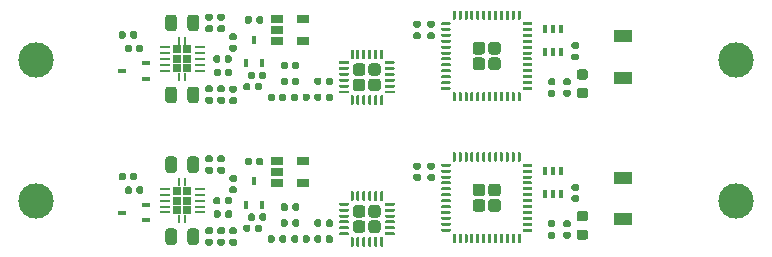
<source format=gbr>
G04 #@! TF.GenerationSoftware,KiCad,Pcbnew,(5.1.6)-1*
G04 #@! TF.CreationDate,2020-09-11T17:39:01+02:00*
G04 #@! TF.ProjectId,panelized,70616e65-6c69-47a6-9564-2e6b69636164,rev?*
G04 #@! TF.SameCoordinates,Original*
G04 #@! TF.FileFunction,Paste,Top*
G04 #@! TF.FilePolarity,Positive*
%FSLAX46Y46*%
G04 Gerber Fmt 4.6, Leading zero omitted, Abs format (unit mm)*
G04 Created by KiCad (PCBNEW (5.1.6)-1) date 2020-09-11 17:39:01*
%MOMM*%
%LPD*%
G01*
G04 APERTURE LIST*
%ADD10R,1.060000X0.650000*%
%ADD11R,0.700000X0.450000*%
%ADD12R,0.450000X0.700000*%
%ADD13R,0.850000X0.280000*%
%ADD14R,0.640000X0.640000*%
%ADD15R,0.280000X0.700000*%
%ADD16R,1.600000X1.000000*%
%ADD17R,0.400000X0.650000*%
%ADD18C,2.999800*%
G04 APERTURE END LIST*
G36*
G01*
X115040000Y-106522500D02*
X115040000Y-106177500D01*
G75*
G02*
X115187500Y-106030000I147500J0D01*
G01*
X115482500Y-106030000D01*
G75*
G02*
X115630000Y-106177500I0J-147500D01*
G01*
X115630000Y-106522500D01*
G75*
G02*
X115482500Y-106670000I-147500J0D01*
G01*
X115187500Y-106670000D01*
G75*
G02*
X115040000Y-106522500I0J147500D01*
G01*
G37*
G36*
G01*
X114070000Y-106522500D02*
X114070000Y-106177500D01*
G75*
G02*
X114217500Y-106030000I147500J0D01*
G01*
X114512500Y-106030000D01*
G75*
G02*
X114660000Y-106177500I0J-147500D01*
G01*
X114660000Y-106522500D01*
G75*
G02*
X114512500Y-106670000I-147500J0D01*
G01*
X114217500Y-106670000D01*
G75*
G02*
X114070000Y-106522500I0J147500D01*
G01*
G37*
G36*
G01*
X126627500Y-101220000D02*
X126972500Y-101220000D01*
G75*
G02*
X127120000Y-101367500I0J-147500D01*
G01*
X127120000Y-101662500D01*
G75*
G02*
X126972500Y-101810000I-147500J0D01*
G01*
X126627500Y-101810000D01*
G75*
G02*
X126480000Y-101662500I0J147500D01*
G01*
X126480000Y-101367500D01*
G75*
G02*
X126627500Y-101220000I147500J0D01*
G01*
G37*
G36*
G01*
X126627500Y-102190000D02*
X126972500Y-102190000D01*
G75*
G02*
X127120000Y-102337500I0J-147500D01*
G01*
X127120000Y-102632500D01*
G75*
G02*
X126972500Y-102780000I-147500J0D01*
G01*
X126627500Y-102780000D01*
G75*
G02*
X126480000Y-102632500I0J147500D01*
G01*
X126480000Y-102337500D01*
G75*
G02*
X126627500Y-102190000I147500J0D01*
G01*
G37*
D10*
X115950000Y-101050000D03*
X115950000Y-102950000D03*
X113750000Y-102950000D03*
X113750000Y-102000000D03*
X113750000Y-101050000D03*
G36*
G01*
X107828500Y-100617000D02*
X108173500Y-100617000D01*
G75*
G02*
X108321000Y-100764500I0J-147500D01*
G01*
X108321000Y-101059500D01*
G75*
G02*
X108173500Y-101207000I-147500J0D01*
G01*
X107828500Y-101207000D01*
G75*
G02*
X107681000Y-101059500I0J147500D01*
G01*
X107681000Y-100764500D01*
G75*
G02*
X107828500Y-100617000I147500J0D01*
G01*
G37*
G36*
G01*
X107828500Y-101587000D02*
X108173500Y-101587000D01*
G75*
G02*
X108321000Y-101734500I0J-147500D01*
G01*
X108321000Y-102029500D01*
G75*
G02*
X108173500Y-102177000I-147500J0D01*
G01*
X107828500Y-102177000D01*
G75*
G02*
X107681000Y-102029500I0J147500D01*
G01*
X107681000Y-101734500D01*
G75*
G02*
X107828500Y-101587000I147500J0D01*
G01*
G37*
G36*
G01*
X139343750Y-106900000D02*
X139856250Y-106900000D01*
G75*
G02*
X140075000Y-107118750I0J-218750D01*
G01*
X140075000Y-107556250D01*
G75*
G02*
X139856250Y-107775000I-218750J0D01*
G01*
X139343750Y-107775000D01*
G75*
G02*
X139125000Y-107556250I0J218750D01*
G01*
X139125000Y-107118750D01*
G75*
G02*
X139343750Y-106900000I218750J0D01*
G01*
G37*
G36*
G01*
X139343750Y-105325000D02*
X139856250Y-105325000D01*
G75*
G02*
X140075000Y-105543750I0J-218750D01*
G01*
X140075000Y-105981250D01*
G75*
G02*
X139856250Y-106200000I-218750J0D01*
G01*
X139343750Y-106200000D01*
G75*
G02*
X139125000Y-105981250I0J218750D01*
G01*
X139125000Y-105543750D01*
G75*
G02*
X139343750Y-105325000I218750J0D01*
G01*
G37*
G36*
G01*
X139172500Y-104580000D02*
X138827500Y-104580000D01*
G75*
G02*
X138680000Y-104432500I0J147500D01*
G01*
X138680000Y-104137500D01*
G75*
G02*
X138827500Y-103990000I147500J0D01*
G01*
X139172500Y-103990000D01*
G75*
G02*
X139320000Y-104137500I0J-147500D01*
G01*
X139320000Y-104432500D01*
G75*
G02*
X139172500Y-104580000I-147500J0D01*
G01*
G37*
G36*
G01*
X139172500Y-103610000D02*
X138827500Y-103610000D01*
G75*
G02*
X138680000Y-103462500I0J147500D01*
G01*
X138680000Y-103167500D01*
G75*
G02*
X138827500Y-103020000I147500J0D01*
G01*
X139172500Y-103020000D01*
G75*
G02*
X139320000Y-103167500I0J-147500D01*
G01*
X139320000Y-103462500D01*
G75*
G02*
X139172500Y-103610000I-147500J0D01*
G01*
G37*
G36*
G01*
X116920000Y-107872500D02*
X116920000Y-107527500D01*
G75*
G02*
X117067500Y-107380000I147500J0D01*
G01*
X117362500Y-107380000D01*
G75*
G02*
X117510000Y-107527500I0J-147500D01*
G01*
X117510000Y-107872500D01*
G75*
G02*
X117362500Y-108020000I-147500J0D01*
G01*
X117067500Y-108020000D01*
G75*
G02*
X116920000Y-107872500I0J147500D01*
G01*
G37*
G36*
G01*
X117890000Y-107872500D02*
X117890000Y-107527500D01*
G75*
G02*
X118037500Y-107380000I147500J0D01*
G01*
X118332500Y-107380000D01*
G75*
G02*
X118480000Y-107527500I0J-147500D01*
G01*
X118480000Y-107872500D01*
G75*
G02*
X118332500Y-108020000I-147500J0D01*
G01*
X118037500Y-108020000D01*
G75*
G02*
X117890000Y-107872500I0J147500D01*
G01*
G37*
G36*
G01*
X109189500Y-108250000D02*
X108844500Y-108250000D01*
G75*
G02*
X108697000Y-108102500I0J147500D01*
G01*
X108697000Y-107807500D01*
G75*
G02*
X108844500Y-107660000I147500J0D01*
G01*
X109189500Y-107660000D01*
G75*
G02*
X109337000Y-107807500I0J-147500D01*
G01*
X109337000Y-108102500D01*
G75*
G02*
X109189500Y-108250000I-147500J0D01*
G01*
G37*
G36*
G01*
X109189500Y-107280000D02*
X108844500Y-107280000D01*
G75*
G02*
X108697000Y-107132500I0J147500D01*
G01*
X108697000Y-106837500D01*
G75*
G02*
X108844500Y-106690000I147500J0D01*
G01*
X109189500Y-106690000D01*
G75*
G02*
X109337000Y-106837500I0J-147500D01*
G01*
X109337000Y-107132500D01*
G75*
G02*
X109189500Y-107280000I-147500J0D01*
G01*
G37*
G36*
G01*
X110904000Y-106967000D02*
X110904000Y-106622000D01*
G75*
G02*
X111051500Y-106474500I147500J0D01*
G01*
X111346500Y-106474500D01*
G75*
G02*
X111494000Y-106622000I0J-147500D01*
G01*
X111494000Y-106967000D01*
G75*
G02*
X111346500Y-107114500I-147500J0D01*
G01*
X111051500Y-107114500D01*
G75*
G02*
X110904000Y-106967000I0J147500D01*
G01*
G37*
G36*
G01*
X111874000Y-106967000D02*
X111874000Y-106622000D01*
G75*
G02*
X112021500Y-106474500I147500J0D01*
G01*
X112316500Y-106474500D01*
G75*
G02*
X112464000Y-106622000I0J-147500D01*
G01*
X112464000Y-106967000D01*
G75*
G02*
X112316500Y-107114500I-147500J0D01*
G01*
X112021500Y-107114500D01*
G75*
G02*
X111874000Y-106967000I0J147500D01*
G01*
G37*
D11*
X102651000Y-106111000D03*
X102651000Y-104811000D03*
X100651000Y-105461000D03*
G36*
G01*
X112845000Y-105669500D02*
X112845000Y-106014500D01*
G75*
G02*
X112697500Y-106162000I-147500J0D01*
G01*
X112402500Y-106162000D01*
G75*
G02*
X112255000Y-106014500I0J147500D01*
G01*
X112255000Y-105669500D01*
G75*
G02*
X112402500Y-105522000I147500J0D01*
G01*
X112697500Y-105522000D01*
G75*
G02*
X112845000Y-105669500I0J-147500D01*
G01*
G37*
G36*
G01*
X111875000Y-105669500D02*
X111875000Y-106014500D01*
G75*
G02*
X111727500Y-106162000I-147500J0D01*
G01*
X111432500Y-106162000D01*
G75*
G02*
X111285000Y-106014500I0J147500D01*
G01*
X111285000Y-105669500D01*
G75*
G02*
X111432500Y-105522000I147500J0D01*
G01*
X111727500Y-105522000D01*
G75*
G02*
X111875000Y-105669500I0J-147500D01*
G01*
G37*
G36*
G01*
X104290000Y-107949250D02*
X104290000Y-107036750D01*
G75*
G02*
X104533750Y-106793000I243750J0D01*
G01*
X105021250Y-106793000D01*
G75*
G02*
X105265000Y-107036750I0J-243750D01*
G01*
X105265000Y-107949250D01*
G75*
G02*
X105021250Y-108193000I-243750J0D01*
G01*
X104533750Y-108193000D01*
G75*
G02*
X104290000Y-107949250I0J243750D01*
G01*
G37*
G36*
G01*
X106165000Y-107949250D02*
X106165000Y-107036750D01*
G75*
G02*
X106408750Y-106793000I243750J0D01*
G01*
X106896250Y-106793000D01*
G75*
G02*
X107140000Y-107036750I0J-243750D01*
G01*
X107140000Y-107949250D01*
G75*
G02*
X106896250Y-108193000I-243750J0D01*
G01*
X106408750Y-108193000D01*
G75*
G02*
X106165000Y-107949250I0J243750D01*
G01*
G37*
D12*
X111161000Y-104810000D03*
X112461000Y-104810000D03*
X111811000Y-102810000D03*
G36*
G01*
X104290000Y-101853250D02*
X104290000Y-100940750D01*
G75*
G02*
X104533750Y-100697000I243750J0D01*
G01*
X105021250Y-100697000D01*
G75*
G02*
X105265000Y-100940750I0J-243750D01*
G01*
X105265000Y-101853250D01*
G75*
G02*
X105021250Y-102097000I-243750J0D01*
G01*
X104533750Y-102097000D01*
G75*
G02*
X104290000Y-101853250I0J243750D01*
G01*
G37*
G36*
G01*
X106165000Y-101853250D02*
X106165000Y-100940750D01*
G75*
G02*
X106408750Y-100697000I243750J0D01*
G01*
X106896250Y-100697000D01*
G75*
G02*
X107140000Y-100940750I0J-243750D01*
G01*
X107140000Y-101853250D01*
G75*
G02*
X106896250Y-102097000I-243750J0D01*
G01*
X106408750Y-102097000D01*
G75*
G02*
X106165000Y-101853250I0J243750D01*
G01*
G37*
G36*
G01*
X109947000Y-105415500D02*
X109947000Y-105760500D01*
G75*
G02*
X109799500Y-105908000I-147500J0D01*
G01*
X109504500Y-105908000D01*
G75*
G02*
X109357000Y-105760500I0J147500D01*
G01*
X109357000Y-105415500D01*
G75*
G02*
X109504500Y-105268000I147500J0D01*
G01*
X109799500Y-105268000D01*
G75*
G02*
X109947000Y-105415500I0J-147500D01*
G01*
G37*
G36*
G01*
X108977000Y-105415500D02*
X108977000Y-105760500D01*
G75*
G02*
X108829500Y-105908000I-147500J0D01*
G01*
X108534500Y-105908000D01*
G75*
G02*
X108387000Y-105760500I0J147500D01*
G01*
X108387000Y-105415500D01*
G75*
G02*
X108534500Y-105268000I147500J0D01*
G01*
X108829500Y-105268000D01*
G75*
G02*
X108977000Y-105415500I0J-147500D01*
G01*
G37*
G36*
G01*
X109860500Y-106713000D02*
X110205500Y-106713000D01*
G75*
G02*
X110353000Y-106860500I0J-147500D01*
G01*
X110353000Y-107155500D01*
G75*
G02*
X110205500Y-107303000I-147500J0D01*
G01*
X109860500Y-107303000D01*
G75*
G02*
X109713000Y-107155500I0J147500D01*
G01*
X109713000Y-106860500D01*
G75*
G02*
X109860500Y-106713000I147500J0D01*
G01*
G37*
G36*
G01*
X109860500Y-107683000D02*
X110205500Y-107683000D01*
G75*
G02*
X110353000Y-107830500I0J-147500D01*
G01*
X110353000Y-108125500D01*
G75*
G02*
X110205500Y-108273000I-147500J0D01*
G01*
X109860500Y-108273000D01*
G75*
G02*
X109713000Y-108125500I0J147500D01*
G01*
X109713000Y-107830500D01*
G75*
G02*
X109860500Y-107683000I147500J0D01*
G01*
G37*
G36*
G01*
X111621000Y-100970500D02*
X111621000Y-101315500D01*
G75*
G02*
X111473500Y-101463000I-147500J0D01*
G01*
X111178500Y-101463000D01*
G75*
G02*
X111031000Y-101315500I0J147500D01*
G01*
X111031000Y-100970500D01*
G75*
G02*
X111178500Y-100823000I147500J0D01*
G01*
X111473500Y-100823000D01*
G75*
G02*
X111621000Y-100970500I0J-147500D01*
G01*
G37*
G36*
G01*
X112591000Y-100970500D02*
X112591000Y-101315500D01*
G75*
G02*
X112443500Y-101463000I-147500J0D01*
G01*
X112148500Y-101463000D01*
G75*
G02*
X112001000Y-101315500I0J147500D01*
G01*
X112001000Y-100970500D01*
G75*
G02*
X112148500Y-100823000I147500J0D01*
G01*
X112443500Y-100823000D01*
G75*
G02*
X112591000Y-100970500I0J-147500D01*
G01*
G37*
G36*
G01*
X100871000Y-103728500D02*
X100871000Y-103383500D01*
G75*
G02*
X101018500Y-103236000I147500J0D01*
G01*
X101313500Y-103236000D01*
G75*
G02*
X101461000Y-103383500I0J-147500D01*
G01*
X101461000Y-103728500D01*
G75*
G02*
X101313500Y-103876000I-147500J0D01*
G01*
X101018500Y-103876000D01*
G75*
G02*
X100871000Y-103728500I0J147500D01*
G01*
G37*
G36*
G01*
X101841000Y-103728500D02*
X101841000Y-103383500D01*
G75*
G02*
X101988500Y-103236000I147500J0D01*
G01*
X102283500Y-103236000D01*
G75*
G02*
X102431000Y-103383500I0J-147500D01*
G01*
X102431000Y-103728500D01*
G75*
G02*
X102283500Y-103876000I-147500J0D01*
G01*
X101988500Y-103876000D01*
G75*
G02*
X101841000Y-103728500I0J147500D01*
G01*
G37*
G36*
G01*
X100340000Y-102585500D02*
X100340000Y-102240500D01*
G75*
G02*
X100487500Y-102093000I147500J0D01*
G01*
X100782500Y-102093000D01*
G75*
G02*
X100930000Y-102240500I0J-147500D01*
G01*
X100930000Y-102585500D01*
G75*
G02*
X100782500Y-102733000I-147500J0D01*
G01*
X100487500Y-102733000D01*
G75*
G02*
X100340000Y-102585500I0J147500D01*
G01*
G37*
G36*
G01*
X101310000Y-102585500D02*
X101310000Y-102240500D01*
G75*
G02*
X101457500Y-102093000I147500J0D01*
G01*
X101752500Y-102093000D01*
G75*
G02*
X101900000Y-102240500I0J-147500D01*
G01*
X101900000Y-102585500D01*
G75*
G02*
X101752500Y-102733000I-147500J0D01*
G01*
X101457500Y-102733000D01*
G75*
G02*
X101310000Y-102585500I0J147500D01*
G01*
G37*
G36*
G01*
X108364000Y-104617500D02*
X108364000Y-104272500D01*
G75*
G02*
X108511500Y-104125000I147500J0D01*
G01*
X108806500Y-104125000D01*
G75*
G02*
X108954000Y-104272500I0J-147500D01*
G01*
X108954000Y-104617500D01*
G75*
G02*
X108806500Y-104765000I-147500J0D01*
G01*
X108511500Y-104765000D01*
G75*
G02*
X108364000Y-104617500I0J147500D01*
G01*
G37*
G36*
G01*
X109334000Y-104617500D02*
X109334000Y-104272500D01*
G75*
G02*
X109481500Y-104125000I147500J0D01*
G01*
X109776500Y-104125000D01*
G75*
G02*
X109924000Y-104272500I0J-147500D01*
G01*
X109924000Y-104617500D01*
G75*
G02*
X109776500Y-104765000I-147500J0D01*
G01*
X109481500Y-104765000D01*
G75*
G02*
X109334000Y-104617500I0J147500D01*
G01*
G37*
G36*
G01*
X110205500Y-103828000D02*
X109860500Y-103828000D01*
G75*
G02*
X109713000Y-103680500I0J147500D01*
G01*
X109713000Y-103385500D01*
G75*
G02*
X109860500Y-103238000I147500J0D01*
G01*
X110205500Y-103238000D01*
G75*
G02*
X110353000Y-103385500I0J-147500D01*
G01*
X110353000Y-103680500D01*
G75*
G02*
X110205500Y-103828000I-147500J0D01*
G01*
G37*
G36*
G01*
X110205500Y-102858000D02*
X109860500Y-102858000D01*
G75*
G02*
X109713000Y-102710500I0J147500D01*
G01*
X109713000Y-102415500D01*
G75*
G02*
X109860500Y-102268000I147500J0D01*
G01*
X110205500Y-102268000D01*
G75*
G02*
X110353000Y-102415500I0J-147500D01*
G01*
X110353000Y-102710500D01*
G75*
G02*
X110205500Y-102858000I-147500J0D01*
G01*
G37*
G36*
G01*
X108844500Y-100617000D02*
X109189500Y-100617000D01*
G75*
G02*
X109337000Y-100764500I0J-147500D01*
G01*
X109337000Y-101059500D01*
G75*
G02*
X109189500Y-101207000I-147500J0D01*
G01*
X108844500Y-101207000D01*
G75*
G02*
X108697000Y-101059500I0J147500D01*
G01*
X108697000Y-100764500D01*
G75*
G02*
X108844500Y-100617000I147500J0D01*
G01*
G37*
G36*
G01*
X108844500Y-101587000D02*
X109189500Y-101587000D01*
G75*
G02*
X109337000Y-101734500I0J-147500D01*
G01*
X109337000Y-102029500D01*
G75*
G02*
X109189500Y-102177000I-147500J0D01*
G01*
X108844500Y-102177000D01*
G75*
G02*
X108697000Y-102029500I0J147500D01*
G01*
X108697000Y-101734500D01*
G75*
G02*
X108844500Y-101587000I147500J0D01*
G01*
G37*
G36*
G01*
X108173500Y-107280000D02*
X107828500Y-107280000D01*
G75*
G02*
X107681000Y-107132500I0J147500D01*
G01*
X107681000Y-106837500D01*
G75*
G02*
X107828500Y-106690000I147500J0D01*
G01*
X108173500Y-106690000D01*
G75*
G02*
X108321000Y-106837500I0J-147500D01*
G01*
X108321000Y-107132500D01*
G75*
G02*
X108173500Y-107280000I-147500J0D01*
G01*
G37*
G36*
G01*
X108173500Y-108250000D02*
X107828500Y-108250000D01*
G75*
G02*
X107681000Y-108102500I0J147500D01*
G01*
X107681000Y-107807500D01*
G75*
G02*
X107828500Y-107660000I147500J0D01*
G01*
X108173500Y-107660000D01*
G75*
G02*
X108321000Y-107807500I0J-147500D01*
G01*
X108321000Y-108102500D01*
G75*
G02*
X108173500Y-108250000I-147500J0D01*
G01*
G37*
G36*
G01*
X138127500Y-106105000D02*
X138472500Y-106105000D01*
G75*
G02*
X138620000Y-106252500I0J-147500D01*
G01*
X138620000Y-106547500D01*
G75*
G02*
X138472500Y-106695000I-147500J0D01*
G01*
X138127500Y-106695000D01*
G75*
G02*
X137980000Y-106547500I0J147500D01*
G01*
X137980000Y-106252500D01*
G75*
G02*
X138127500Y-106105000I147500J0D01*
G01*
G37*
G36*
G01*
X138127500Y-107075000D02*
X138472500Y-107075000D01*
G75*
G02*
X138620000Y-107222500I0J-147500D01*
G01*
X138620000Y-107517500D01*
G75*
G02*
X138472500Y-107665000I-147500J0D01*
G01*
X138127500Y-107665000D01*
G75*
G02*
X137980000Y-107517500I0J147500D01*
G01*
X137980000Y-107222500D01*
G75*
G02*
X138127500Y-107075000I147500J0D01*
G01*
G37*
G36*
G01*
X113929000Y-107872500D02*
X113929000Y-107527500D01*
G75*
G02*
X114076500Y-107380000I147500J0D01*
G01*
X114371500Y-107380000D01*
G75*
G02*
X114519000Y-107527500I0J-147500D01*
G01*
X114519000Y-107872500D01*
G75*
G02*
X114371500Y-108020000I-147500J0D01*
G01*
X114076500Y-108020000D01*
G75*
G02*
X113929000Y-107872500I0J147500D01*
G01*
G37*
G36*
G01*
X112959000Y-107872500D02*
X112959000Y-107527500D01*
G75*
G02*
X113106500Y-107380000I147500J0D01*
G01*
X113401500Y-107380000D01*
G75*
G02*
X113549000Y-107527500I0J-147500D01*
G01*
X113549000Y-107872500D01*
G75*
G02*
X113401500Y-108020000I-147500J0D01*
G01*
X113106500Y-108020000D01*
G75*
G02*
X112959000Y-107872500I0J147500D01*
G01*
G37*
G36*
G01*
X131125000Y-105395000D02*
X130555000Y-105395000D01*
G75*
G02*
X130305000Y-105145000I0J250000D01*
G01*
X130305000Y-104575000D01*
G75*
G02*
X130555000Y-104325000I250000J0D01*
G01*
X131125000Y-104325000D01*
G75*
G02*
X131375000Y-104575000I0J-250000D01*
G01*
X131375000Y-105145000D01*
G75*
G02*
X131125000Y-105395000I-250000J0D01*
G01*
G37*
G36*
G01*
X132445000Y-105395000D02*
X131875000Y-105395000D01*
G75*
G02*
X131625000Y-105145000I0J250000D01*
G01*
X131625000Y-104575000D01*
G75*
G02*
X131875000Y-104325000I250000J0D01*
G01*
X132445000Y-104325000D01*
G75*
G02*
X132695000Y-104575000I0J-250000D01*
G01*
X132695000Y-105145000D01*
G75*
G02*
X132445000Y-105395000I-250000J0D01*
G01*
G37*
G36*
G01*
X131125000Y-104075000D02*
X130555000Y-104075000D01*
G75*
G02*
X130305000Y-103825000I0J250000D01*
G01*
X130305000Y-103255000D01*
G75*
G02*
X130555000Y-103005000I250000J0D01*
G01*
X131125000Y-103005000D01*
G75*
G02*
X131375000Y-103255000I0J-250000D01*
G01*
X131375000Y-103825000D01*
G75*
G02*
X131125000Y-104075000I-250000J0D01*
G01*
G37*
G36*
G01*
X132445000Y-104075000D02*
X131875000Y-104075000D01*
G75*
G02*
X131625000Y-103825000I0J250000D01*
G01*
X131625000Y-103255000D01*
G75*
G02*
X131875000Y-103005000I250000J0D01*
G01*
X132445000Y-103005000D01*
G75*
G02*
X132695000Y-103255000I0J-250000D01*
G01*
X132695000Y-103825000D01*
G75*
G02*
X132445000Y-104075000I-250000J0D01*
G01*
G37*
G36*
G01*
X128812500Y-108050000D02*
X128687500Y-108050000D01*
G75*
G02*
X128625000Y-107987500I0J62500D01*
G01*
X128625000Y-107312500D01*
G75*
G02*
X128687500Y-107250000I62500J0D01*
G01*
X128812500Y-107250000D01*
G75*
G02*
X128875000Y-107312500I0J-62500D01*
G01*
X128875000Y-107987500D01*
G75*
G02*
X128812500Y-108050000I-62500J0D01*
G01*
G37*
G36*
G01*
X129312500Y-108050000D02*
X129187500Y-108050000D01*
G75*
G02*
X129125000Y-107987500I0J62500D01*
G01*
X129125000Y-107312500D01*
G75*
G02*
X129187500Y-107250000I62500J0D01*
G01*
X129312500Y-107250000D01*
G75*
G02*
X129375000Y-107312500I0J-62500D01*
G01*
X129375000Y-107987500D01*
G75*
G02*
X129312500Y-108050000I-62500J0D01*
G01*
G37*
G36*
G01*
X129812500Y-108050000D02*
X129687500Y-108050000D01*
G75*
G02*
X129625000Y-107987500I0J62500D01*
G01*
X129625000Y-107312500D01*
G75*
G02*
X129687500Y-107250000I62500J0D01*
G01*
X129812500Y-107250000D01*
G75*
G02*
X129875000Y-107312500I0J-62500D01*
G01*
X129875000Y-107987500D01*
G75*
G02*
X129812500Y-108050000I-62500J0D01*
G01*
G37*
G36*
G01*
X130312500Y-108050000D02*
X130187500Y-108050000D01*
G75*
G02*
X130125000Y-107987500I0J62500D01*
G01*
X130125000Y-107312500D01*
G75*
G02*
X130187500Y-107250000I62500J0D01*
G01*
X130312500Y-107250000D01*
G75*
G02*
X130375000Y-107312500I0J-62500D01*
G01*
X130375000Y-107987500D01*
G75*
G02*
X130312500Y-108050000I-62500J0D01*
G01*
G37*
G36*
G01*
X130812500Y-108050000D02*
X130687500Y-108050000D01*
G75*
G02*
X130625000Y-107987500I0J62500D01*
G01*
X130625000Y-107312500D01*
G75*
G02*
X130687500Y-107250000I62500J0D01*
G01*
X130812500Y-107250000D01*
G75*
G02*
X130875000Y-107312500I0J-62500D01*
G01*
X130875000Y-107987500D01*
G75*
G02*
X130812500Y-108050000I-62500J0D01*
G01*
G37*
G36*
G01*
X131312500Y-108050000D02*
X131187500Y-108050000D01*
G75*
G02*
X131125000Y-107987500I0J62500D01*
G01*
X131125000Y-107312500D01*
G75*
G02*
X131187500Y-107250000I62500J0D01*
G01*
X131312500Y-107250000D01*
G75*
G02*
X131375000Y-107312500I0J-62500D01*
G01*
X131375000Y-107987500D01*
G75*
G02*
X131312500Y-108050000I-62500J0D01*
G01*
G37*
G36*
G01*
X131812500Y-108050000D02*
X131687500Y-108050000D01*
G75*
G02*
X131625000Y-107987500I0J62500D01*
G01*
X131625000Y-107312500D01*
G75*
G02*
X131687500Y-107250000I62500J0D01*
G01*
X131812500Y-107250000D01*
G75*
G02*
X131875000Y-107312500I0J-62500D01*
G01*
X131875000Y-107987500D01*
G75*
G02*
X131812500Y-108050000I-62500J0D01*
G01*
G37*
G36*
G01*
X132312500Y-108050000D02*
X132187500Y-108050000D01*
G75*
G02*
X132125000Y-107987500I0J62500D01*
G01*
X132125000Y-107312500D01*
G75*
G02*
X132187500Y-107250000I62500J0D01*
G01*
X132312500Y-107250000D01*
G75*
G02*
X132375000Y-107312500I0J-62500D01*
G01*
X132375000Y-107987500D01*
G75*
G02*
X132312500Y-108050000I-62500J0D01*
G01*
G37*
G36*
G01*
X132812500Y-108050000D02*
X132687500Y-108050000D01*
G75*
G02*
X132625000Y-107987500I0J62500D01*
G01*
X132625000Y-107312500D01*
G75*
G02*
X132687500Y-107250000I62500J0D01*
G01*
X132812500Y-107250000D01*
G75*
G02*
X132875000Y-107312500I0J-62500D01*
G01*
X132875000Y-107987500D01*
G75*
G02*
X132812500Y-108050000I-62500J0D01*
G01*
G37*
G36*
G01*
X133312500Y-108050000D02*
X133187500Y-108050000D01*
G75*
G02*
X133125000Y-107987500I0J62500D01*
G01*
X133125000Y-107312500D01*
G75*
G02*
X133187500Y-107250000I62500J0D01*
G01*
X133312500Y-107250000D01*
G75*
G02*
X133375000Y-107312500I0J-62500D01*
G01*
X133375000Y-107987500D01*
G75*
G02*
X133312500Y-108050000I-62500J0D01*
G01*
G37*
G36*
G01*
X133812500Y-108050000D02*
X133687500Y-108050000D01*
G75*
G02*
X133625000Y-107987500I0J62500D01*
G01*
X133625000Y-107312500D01*
G75*
G02*
X133687500Y-107250000I62500J0D01*
G01*
X133812500Y-107250000D01*
G75*
G02*
X133875000Y-107312500I0J-62500D01*
G01*
X133875000Y-107987500D01*
G75*
G02*
X133812500Y-108050000I-62500J0D01*
G01*
G37*
G36*
G01*
X134312500Y-108050000D02*
X134187500Y-108050000D01*
G75*
G02*
X134125000Y-107987500I0J62500D01*
G01*
X134125000Y-107312500D01*
G75*
G02*
X134187500Y-107250000I62500J0D01*
G01*
X134312500Y-107250000D01*
G75*
G02*
X134375000Y-107312500I0J-62500D01*
G01*
X134375000Y-107987500D01*
G75*
G02*
X134312500Y-108050000I-62500J0D01*
G01*
G37*
G36*
G01*
X135287500Y-107075000D02*
X134612500Y-107075000D01*
G75*
G02*
X134550000Y-107012500I0J62500D01*
G01*
X134550000Y-106887500D01*
G75*
G02*
X134612500Y-106825000I62500J0D01*
G01*
X135287500Y-106825000D01*
G75*
G02*
X135350000Y-106887500I0J-62500D01*
G01*
X135350000Y-107012500D01*
G75*
G02*
X135287500Y-107075000I-62500J0D01*
G01*
G37*
G36*
G01*
X135287500Y-106575000D02*
X134612500Y-106575000D01*
G75*
G02*
X134550000Y-106512500I0J62500D01*
G01*
X134550000Y-106387500D01*
G75*
G02*
X134612500Y-106325000I62500J0D01*
G01*
X135287500Y-106325000D01*
G75*
G02*
X135350000Y-106387500I0J-62500D01*
G01*
X135350000Y-106512500D01*
G75*
G02*
X135287500Y-106575000I-62500J0D01*
G01*
G37*
G36*
G01*
X135287500Y-106075000D02*
X134612500Y-106075000D01*
G75*
G02*
X134550000Y-106012500I0J62500D01*
G01*
X134550000Y-105887500D01*
G75*
G02*
X134612500Y-105825000I62500J0D01*
G01*
X135287500Y-105825000D01*
G75*
G02*
X135350000Y-105887500I0J-62500D01*
G01*
X135350000Y-106012500D01*
G75*
G02*
X135287500Y-106075000I-62500J0D01*
G01*
G37*
G36*
G01*
X135287500Y-105575000D02*
X134612500Y-105575000D01*
G75*
G02*
X134550000Y-105512500I0J62500D01*
G01*
X134550000Y-105387500D01*
G75*
G02*
X134612500Y-105325000I62500J0D01*
G01*
X135287500Y-105325000D01*
G75*
G02*
X135350000Y-105387500I0J-62500D01*
G01*
X135350000Y-105512500D01*
G75*
G02*
X135287500Y-105575000I-62500J0D01*
G01*
G37*
G36*
G01*
X135287500Y-105075000D02*
X134612500Y-105075000D01*
G75*
G02*
X134550000Y-105012500I0J62500D01*
G01*
X134550000Y-104887500D01*
G75*
G02*
X134612500Y-104825000I62500J0D01*
G01*
X135287500Y-104825000D01*
G75*
G02*
X135350000Y-104887500I0J-62500D01*
G01*
X135350000Y-105012500D01*
G75*
G02*
X135287500Y-105075000I-62500J0D01*
G01*
G37*
G36*
G01*
X135287500Y-104575000D02*
X134612500Y-104575000D01*
G75*
G02*
X134550000Y-104512500I0J62500D01*
G01*
X134550000Y-104387500D01*
G75*
G02*
X134612500Y-104325000I62500J0D01*
G01*
X135287500Y-104325000D01*
G75*
G02*
X135350000Y-104387500I0J-62500D01*
G01*
X135350000Y-104512500D01*
G75*
G02*
X135287500Y-104575000I-62500J0D01*
G01*
G37*
G36*
G01*
X135287500Y-104075000D02*
X134612500Y-104075000D01*
G75*
G02*
X134550000Y-104012500I0J62500D01*
G01*
X134550000Y-103887500D01*
G75*
G02*
X134612500Y-103825000I62500J0D01*
G01*
X135287500Y-103825000D01*
G75*
G02*
X135350000Y-103887500I0J-62500D01*
G01*
X135350000Y-104012500D01*
G75*
G02*
X135287500Y-104075000I-62500J0D01*
G01*
G37*
G36*
G01*
X135287500Y-103575000D02*
X134612500Y-103575000D01*
G75*
G02*
X134550000Y-103512500I0J62500D01*
G01*
X134550000Y-103387500D01*
G75*
G02*
X134612500Y-103325000I62500J0D01*
G01*
X135287500Y-103325000D01*
G75*
G02*
X135350000Y-103387500I0J-62500D01*
G01*
X135350000Y-103512500D01*
G75*
G02*
X135287500Y-103575000I-62500J0D01*
G01*
G37*
G36*
G01*
X135287500Y-103075000D02*
X134612500Y-103075000D01*
G75*
G02*
X134550000Y-103012500I0J62500D01*
G01*
X134550000Y-102887500D01*
G75*
G02*
X134612500Y-102825000I62500J0D01*
G01*
X135287500Y-102825000D01*
G75*
G02*
X135350000Y-102887500I0J-62500D01*
G01*
X135350000Y-103012500D01*
G75*
G02*
X135287500Y-103075000I-62500J0D01*
G01*
G37*
G36*
G01*
X135287500Y-102575000D02*
X134612500Y-102575000D01*
G75*
G02*
X134550000Y-102512500I0J62500D01*
G01*
X134550000Y-102387500D01*
G75*
G02*
X134612500Y-102325000I62500J0D01*
G01*
X135287500Y-102325000D01*
G75*
G02*
X135350000Y-102387500I0J-62500D01*
G01*
X135350000Y-102512500D01*
G75*
G02*
X135287500Y-102575000I-62500J0D01*
G01*
G37*
G36*
G01*
X135287500Y-102075000D02*
X134612500Y-102075000D01*
G75*
G02*
X134550000Y-102012500I0J62500D01*
G01*
X134550000Y-101887500D01*
G75*
G02*
X134612500Y-101825000I62500J0D01*
G01*
X135287500Y-101825000D01*
G75*
G02*
X135350000Y-101887500I0J-62500D01*
G01*
X135350000Y-102012500D01*
G75*
G02*
X135287500Y-102075000I-62500J0D01*
G01*
G37*
G36*
G01*
X135287500Y-101575000D02*
X134612500Y-101575000D01*
G75*
G02*
X134550000Y-101512500I0J62500D01*
G01*
X134550000Y-101387500D01*
G75*
G02*
X134612500Y-101325000I62500J0D01*
G01*
X135287500Y-101325000D01*
G75*
G02*
X135350000Y-101387500I0J-62500D01*
G01*
X135350000Y-101512500D01*
G75*
G02*
X135287500Y-101575000I-62500J0D01*
G01*
G37*
G36*
G01*
X134312500Y-101150000D02*
X134187500Y-101150000D01*
G75*
G02*
X134125000Y-101087500I0J62500D01*
G01*
X134125000Y-100412500D01*
G75*
G02*
X134187500Y-100350000I62500J0D01*
G01*
X134312500Y-100350000D01*
G75*
G02*
X134375000Y-100412500I0J-62500D01*
G01*
X134375000Y-101087500D01*
G75*
G02*
X134312500Y-101150000I-62500J0D01*
G01*
G37*
G36*
G01*
X133812500Y-101150000D02*
X133687500Y-101150000D01*
G75*
G02*
X133625000Y-101087500I0J62500D01*
G01*
X133625000Y-100412500D01*
G75*
G02*
X133687500Y-100350000I62500J0D01*
G01*
X133812500Y-100350000D01*
G75*
G02*
X133875000Y-100412500I0J-62500D01*
G01*
X133875000Y-101087500D01*
G75*
G02*
X133812500Y-101150000I-62500J0D01*
G01*
G37*
G36*
G01*
X133312500Y-101150000D02*
X133187500Y-101150000D01*
G75*
G02*
X133125000Y-101087500I0J62500D01*
G01*
X133125000Y-100412500D01*
G75*
G02*
X133187500Y-100350000I62500J0D01*
G01*
X133312500Y-100350000D01*
G75*
G02*
X133375000Y-100412500I0J-62500D01*
G01*
X133375000Y-101087500D01*
G75*
G02*
X133312500Y-101150000I-62500J0D01*
G01*
G37*
G36*
G01*
X132812500Y-101150000D02*
X132687500Y-101150000D01*
G75*
G02*
X132625000Y-101087500I0J62500D01*
G01*
X132625000Y-100412500D01*
G75*
G02*
X132687500Y-100350000I62500J0D01*
G01*
X132812500Y-100350000D01*
G75*
G02*
X132875000Y-100412500I0J-62500D01*
G01*
X132875000Y-101087500D01*
G75*
G02*
X132812500Y-101150000I-62500J0D01*
G01*
G37*
G36*
G01*
X132312500Y-101150000D02*
X132187500Y-101150000D01*
G75*
G02*
X132125000Y-101087500I0J62500D01*
G01*
X132125000Y-100412500D01*
G75*
G02*
X132187500Y-100350000I62500J0D01*
G01*
X132312500Y-100350000D01*
G75*
G02*
X132375000Y-100412500I0J-62500D01*
G01*
X132375000Y-101087500D01*
G75*
G02*
X132312500Y-101150000I-62500J0D01*
G01*
G37*
G36*
G01*
X131812500Y-101150000D02*
X131687500Y-101150000D01*
G75*
G02*
X131625000Y-101087500I0J62500D01*
G01*
X131625000Y-100412500D01*
G75*
G02*
X131687500Y-100350000I62500J0D01*
G01*
X131812500Y-100350000D01*
G75*
G02*
X131875000Y-100412500I0J-62500D01*
G01*
X131875000Y-101087500D01*
G75*
G02*
X131812500Y-101150000I-62500J0D01*
G01*
G37*
G36*
G01*
X131312500Y-101150000D02*
X131187500Y-101150000D01*
G75*
G02*
X131125000Y-101087500I0J62500D01*
G01*
X131125000Y-100412500D01*
G75*
G02*
X131187500Y-100350000I62500J0D01*
G01*
X131312500Y-100350000D01*
G75*
G02*
X131375000Y-100412500I0J-62500D01*
G01*
X131375000Y-101087500D01*
G75*
G02*
X131312500Y-101150000I-62500J0D01*
G01*
G37*
G36*
G01*
X130812500Y-101150000D02*
X130687500Y-101150000D01*
G75*
G02*
X130625000Y-101087500I0J62500D01*
G01*
X130625000Y-100412500D01*
G75*
G02*
X130687500Y-100350000I62500J0D01*
G01*
X130812500Y-100350000D01*
G75*
G02*
X130875000Y-100412500I0J-62500D01*
G01*
X130875000Y-101087500D01*
G75*
G02*
X130812500Y-101150000I-62500J0D01*
G01*
G37*
G36*
G01*
X130312500Y-101150000D02*
X130187500Y-101150000D01*
G75*
G02*
X130125000Y-101087500I0J62500D01*
G01*
X130125000Y-100412500D01*
G75*
G02*
X130187500Y-100350000I62500J0D01*
G01*
X130312500Y-100350000D01*
G75*
G02*
X130375000Y-100412500I0J-62500D01*
G01*
X130375000Y-101087500D01*
G75*
G02*
X130312500Y-101150000I-62500J0D01*
G01*
G37*
G36*
G01*
X129812500Y-101150000D02*
X129687500Y-101150000D01*
G75*
G02*
X129625000Y-101087500I0J62500D01*
G01*
X129625000Y-100412500D01*
G75*
G02*
X129687500Y-100350000I62500J0D01*
G01*
X129812500Y-100350000D01*
G75*
G02*
X129875000Y-100412500I0J-62500D01*
G01*
X129875000Y-101087500D01*
G75*
G02*
X129812500Y-101150000I-62500J0D01*
G01*
G37*
G36*
G01*
X129312500Y-101150000D02*
X129187500Y-101150000D01*
G75*
G02*
X129125000Y-101087500I0J62500D01*
G01*
X129125000Y-100412500D01*
G75*
G02*
X129187500Y-100350000I62500J0D01*
G01*
X129312500Y-100350000D01*
G75*
G02*
X129375000Y-100412500I0J-62500D01*
G01*
X129375000Y-101087500D01*
G75*
G02*
X129312500Y-101150000I-62500J0D01*
G01*
G37*
G36*
G01*
X128812500Y-101150000D02*
X128687500Y-101150000D01*
G75*
G02*
X128625000Y-101087500I0J62500D01*
G01*
X128625000Y-100412500D01*
G75*
G02*
X128687500Y-100350000I62500J0D01*
G01*
X128812500Y-100350000D01*
G75*
G02*
X128875000Y-100412500I0J-62500D01*
G01*
X128875000Y-101087500D01*
G75*
G02*
X128812500Y-101150000I-62500J0D01*
G01*
G37*
G36*
G01*
X128387500Y-101575000D02*
X127712500Y-101575000D01*
G75*
G02*
X127650000Y-101512500I0J62500D01*
G01*
X127650000Y-101387500D01*
G75*
G02*
X127712500Y-101325000I62500J0D01*
G01*
X128387500Y-101325000D01*
G75*
G02*
X128450000Y-101387500I0J-62500D01*
G01*
X128450000Y-101512500D01*
G75*
G02*
X128387500Y-101575000I-62500J0D01*
G01*
G37*
G36*
G01*
X128387500Y-102075000D02*
X127712500Y-102075000D01*
G75*
G02*
X127650000Y-102012500I0J62500D01*
G01*
X127650000Y-101887500D01*
G75*
G02*
X127712500Y-101825000I62500J0D01*
G01*
X128387500Y-101825000D01*
G75*
G02*
X128450000Y-101887500I0J-62500D01*
G01*
X128450000Y-102012500D01*
G75*
G02*
X128387500Y-102075000I-62500J0D01*
G01*
G37*
G36*
G01*
X128387500Y-102575000D02*
X127712500Y-102575000D01*
G75*
G02*
X127650000Y-102512500I0J62500D01*
G01*
X127650000Y-102387500D01*
G75*
G02*
X127712500Y-102325000I62500J0D01*
G01*
X128387500Y-102325000D01*
G75*
G02*
X128450000Y-102387500I0J-62500D01*
G01*
X128450000Y-102512500D01*
G75*
G02*
X128387500Y-102575000I-62500J0D01*
G01*
G37*
G36*
G01*
X128387500Y-103075000D02*
X127712500Y-103075000D01*
G75*
G02*
X127650000Y-103012500I0J62500D01*
G01*
X127650000Y-102887500D01*
G75*
G02*
X127712500Y-102825000I62500J0D01*
G01*
X128387500Y-102825000D01*
G75*
G02*
X128450000Y-102887500I0J-62500D01*
G01*
X128450000Y-103012500D01*
G75*
G02*
X128387500Y-103075000I-62500J0D01*
G01*
G37*
G36*
G01*
X128387500Y-103575000D02*
X127712500Y-103575000D01*
G75*
G02*
X127650000Y-103512500I0J62500D01*
G01*
X127650000Y-103387500D01*
G75*
G02*
X127712500Y-103325000I62500J0D01*
G01*
X128387500Y-103325000D01*
G75*
G02*
X128450000Y-103387500I0J-62500D01*
G01*
X128450000Y-103512500D01*
G75*
G02*
X128387500Y-103575000I-62500J0D01*
G01*
G37*
G36*
G01*
X128387500Y-104075000D02*
X127712500Y-104075000D01*
G75*
G02*
X127650000Y-104012500I0J62500D01*
G01*
X127650000Y-103887500D01*
G75*
G02*
X127712500Y-103825000I62500J0D01*
G01*
X128387500Y-103825000D01*
G75*
G02*
X128450000Y-103887500I0J-62500D01*
G01*
X128450000Y-104012500D01*
G75*
G02*
X128387500Y-104075000I-62500J0D01*
G01*
G37*
G36*
G01*
X128387500Y-104575000D02*
X127712500Y-104575000D01*
G75*
G02*
X127650000Y-104512500I0J62500D01*
G01*
X127650000Y-104387500D01*
G75*
G02*
X127712500Y-104325000I62500J0D01*
G01*
X128387500Y-104325000D01*
G75*
G02*
X128450000Y-104387500I0J-62500D01*
G01*
X128450000Y-104512500D01*
G75*
G02*
X128387500Y-104575000I-62500J0D01*
G01*
G37*
G36*
G01*
X128387500Y-105075000D02*
X127712500Y-105075000D01*
G75*
G02*
X127650000Y-105012500I0J62500D01*
G01*
X127650000Y-104887500D01*
G75*
G02*
X127712500Y-104825000I62500J0D01*
G01*
X128387500Y-104825000D01*
G75*
G02*
X128450000Y-104887500I0J-62500D01*
G01*
X128450000Y-105012500D01*
G75*
G02*
X128387500Y-105075000I-62500J0D01*
G01*
G37*
G36*
G01*
X128387500Y-105575000D02*
X127712500Y-105575000D01*
G75*
G02*
X127650000Y-105512500I0J62500D01*
G01*
X127650000Y-105387500D01*
G75*
G02*
X127712500Y-105325000I62500J0D01*
G01*
X128387500Y-105325000D01*
G75*
G02*
X128450000Y-105387500I0J-62500D01*
G01*
X128450000Y-105512500D01*
G75*
G02*
X128387500Y-105575000I-62500J0D01*
G01*
G37*
G36*
G01*
X128387500Y-106075000D02*
X127712500Y-106075000D01*
G75*
G02*
X127650000Y-106012500I0J62500D01*
G01*
X127650000Y-105887500D01*
G75*
G02*
X127712500Y-105825000I62500J0D01*
G01*
X128387500Y-105825000D01*
G75*
G02*
X128450000Y-105887500I0J-62500D01*
G01*
X128450000Y-106012500D01*
G75*
G02*
X128387500Y-106075000I-62500J0D01*
G01*
G37*
G36*
G01*
X128387500Y-106575000D02*
X127712500Y-106575000D01*
G75*
G02*
X127650000Y-106512500I0J62500D01*
G01*
X127650000Y-106387500D01*
G75*
G02*
X127712500Y-106325000I62500J0D01*
G01*
X128387500Y-106325000D01*
G75*
G02*
X128450000Y-106387500I0J-62500D01*
G01*
X128450000Y-106512500D01*
G75*
G02*
X128387500Y-106575000I-62500J0D01*
G01*
G37*
G36*
G01*
X128387500Y-107075000D02*
X127712500Y-107075000D01*
G75*
G02*
X127650000Y-107012500I0J62500D01*
G01*
X127650000Y-106887500D01*
G75*
G02*
X127712500Y-106825000I62500J0D01*
G01*
X128387500Y-106825000D01*
G75*
G02*
X128450000Y-106887500I0J-62500D01*
G01*
X128450000Y-107012500D01*
G75*
G02*
X128387500Y-107075000I-62500J0D01*
G01*
G37*
G36*
G01*
X121724999Y-104825000D02*
X122275001Y-104825000D01*
G75*
G02*
X122525000Y-105074999I0J-249999D01*
G01*
X122525000Y-105625001D01*
G75*
G02*
X122275001Y-105875000I-249999J0D01*
G01*
X121724999Y-105875000D01*
G75*
G02*
X121475000Y-105625001I0J249999D01*
G01*
X121475000Y-105074999D01*
G75*
G02*
X121724999Y-104825000I249999J0D01*
G01*
G37*
G36*
G01*
X120424999Y-104825000D02*
X120975001Y-104825000D01*
G75*
G02*
X121225000Y-105074999I0J-249999D01*
G01*
X121225000Y-105625001D01*
G75*
G02*
X120975001Y-105875000I-249999J0D01*
G01*
X120424999Y-105875000D01*
G75*
G02*
X120175000Y-105625001I0J249999D01*
G01*
X120175000Y-105074999D01*
G75*
G02*
X120424999Y-104825000I249999J0D01*
G01*
G37*
G36*
G01*
X121724999Y-106125000D02*
X122275001Y-106125000D01*
G75*
G02*
X122525000Y-106374999I0J-249999D01*
G01*
X122525000Y-106925001D01*
G75*
G02*
X122275001Y-107175000I-249999J0D01*
G01*
X121724999Y-107175000D01*
G75*
G02*
X121475000Y-106925001I0J249999D01*
G01*
X121475000Y-106374999D01*
G75*
G02*
X121724999Y-106125000I249999J0D01*
G01*
G37*
G36*
G01*
X120424999Y-106125000D02*
X120975001Y-106125000D01*
G75*
G02*
X121225000Y-106374999I0J-249999D01*
G01*
X121225000Y-106925001D01*
G75*
G02*
X120975001Y-107175000I-249999J0D01*
G01*
X120424999Y-107175000D01*
G75*
G02*
X120175000Y-106925001I0J249999D01*
G01*
X120175000Y-106374999D01*
G75*
G02*
X120424999Y-106125000I249999J0D01*
G01*
G37*
G36*
G01*
X122537500Y-103650000D02*
X122662500Y-103650000D01*
G75*
G02*
X122725000Y-103712500I0J-62500D01*
G01*
X122725000Y-104412500D01*
G75*
G02*
X122662500Y-104475000I-62500J0D01*
G01*
X122537500Y-104475000D01*
G75*
G02*
X122475000Y-104412500I0J62500D01*
G01*
X122475000Y-103712500D01*
G75*
G02*
X122537500Y-103650000I62500J0D01*
G01*
G37*
G36*
G01*
X122037500Y-103650000D02*
X122162500Y-103650000D01*
G75*
G02*
X122225000Y-103712500I0J-62500D01*
G01*
X122225000Y-104412500D01*
G75*
G02*
X122162500Y-104475000I-62500J0D01*
G01*
X122037500Y-104475000D01*
G75*
G02*
X121975000Y-104412500I0J62500D01*
G01*
X121975000Y-103712500D01*
G75*
G02*
X122037500Y-103650000I62500J0D01*
G01*
G37*
G36*
G01*
X121537500Y-103650000D02*
X121662500Y-103650000D01*
G75*
G02*
X121725000Y-103712500I0J-62500D01*
G01*
X121725000Y-104412500D01*
G75*
G02*
X121662500Y-104475000I-62500J0D01*
G01*
X121537500Y-104475000D01*
G75*
G02*
X121475000Y-104412500I0J62500D01*
G01*
X121475000Y-103712500D01*
G75*
G02*
X121537500Y-103650000I62500J0D01*
G01*
G37*
G36*
G01*
X121037500Y-103650000D02*
X121162500Y-103650000D01*
G75*
G02*
X121225000Y-103712500I0J-62500D01*
G01*
X121225000Y-104412500D01*
G75*
G02*
X121162500Y-104475000I-62500J0D01*
G01*
X121037500Y-104475000D01*
G75*
G02*
X120975000Y-104412500I0J62500D01*
G01*
X120975000Y-103712500D01*
G75*
G02*
X121037500Y-103650000I62500J0D01*
G01*
G37*
G36*
G01*
X120537500Y-103650000D02*
X120662500Y-103650000D01*
G75*
G02*
X120725000Y-103712500I0J-62500D01*
G01*
X120725000Y-104412500D01*
G75*
G02*
X120662500Y-104475000I-62500J0D01*
G01*
X120537500Y-104475000D01*
G75*
G02*
X120475000Y-104412500I0J62500D01*
G01*
X120475000Y-103712500D01*
G75*
G02*
X120537500Y-103650000I62500J0D01*
G01*
G37*
G36*
G01*
X120037500Y-103650000D02*
X120162500Y-103650000D01*
G75*
G02*
X120225000Y-103712500I0J-62500D01*
G01*
X120225000Y-104412500D01*
G75*
G02*
X120162500Y-104475000I-62500J0D01*
G01*
X120037500Y-104475000D01*
G75*
G02*
X119975000Y-104412500I0J62500D01*
G01*
X119975000Y-103712500D01*
G75*
G02*
X120037500Y-103650000I62500J0D01*
G01*
G37*
G36*
G01*
X119062500Y-104625000D02*
X119762500Y-104625000D01*
G75*
G02*
X119825000Y-104687500I0J-62500D01*
G01*
X119825000Y-104812500D01*
G75*
G02*
X119762500Y-104875000I-62500J0D01*
G01*
X119062500Y-104875000D01*
G75*
G02*
X119000000Y-104812500I0J62500D01*
G01*
X119000000Y-104687500D01*
G75*
G02*
X119062500Y-104625000I62500J0D01*
G01*
G37*
G36*
G01*
X119062500Y-105125000D02*
X119762500Y-105125000D01*
G75*
G02*
X119825000Y-105187500I0J-62500D01*
G01*
X119825000Y-105312500D01*
G75*
G02*
X119762500Y-105375000I-62500J0D01*
G01*
X119062500Y-105375000D01*
G75*
G02*
X119000000Y-105312500I0J62500D01*
G01*
X119000000Y-105187500D01*
G75*
G02*
X119062500Y-105125000I62500J0D01*
G01*
G37*
G36*
G01*
X119062500Y-105625000D02*
X119762500Y-105625000D01*
G75*
G02*
X119825000Y-105687500I0J-62500D01*
G01*
X119825000Y-105812500D01*
G75*
G02*
X119762500Y-105875000I-62500J0D01*
G01*
X119062500Y-105875000D01*
G75*
G02*
X119000000Y-105812500I0J62500D01*
G01*
X119000000Y-105687500D01*
G75*
G02*
X119062500Y-105625000I62500J0D01*
G01*
G37*
G36*
G01*
X119062500Y-106125000D02*
X119762500Y-106125000D01*
G75*
G02*
X119825000Y-106187500I0J-62500D01*
G01*
X119825000Y-106312500D01*
G75*
G02*
X119762500Y-106375000I-62500J0D01*
G01*
X119062500Y-106375000D01*
G75*
G02*
X119000000Y-106312500I0J62500D01*
G01*
X119000000Y-106187500D01*
G75*
G02*
X119062500Y-106125000I62500J0D01*
G01*
G37*
G36*
G01*
X119062500Y-106625000D02*
X119762500Y-106625000D01*
G75*
G02*
X119825000Y-106687500I0J-62500D01*
G01*
X119825000Y-106812500D01*
G75*
G02*
X119762500Y-106875000I-62500J0D01*
G01*
X119062500Y-106875000D01*
G75*
G02*
X119000000Y-106812500I0J62500D01*
G01*
X119000000Y-106687500D01*
G75*
G02*
X119062500Y-106625000I62500J0D01*
G01*
G37*
G36*
G01*
X119062500Y-107125000D02*
X119762500Y-107125000D01*
G75*
G02*
X119825000Y-107187500I0J-62500D01*
G01*
X119825000Y-107312500D01*
G75*
G02*
X119762500Y-107375000I-62500J0D01*
G01*
X119062500Y-107375000D01*
G75*
G02*
X119000000Y-107312500I0J62500D01*
G01*
X119000000Y-107187500D01*
G75*
G02*
X119062500Y-107125000I62500J0D01*
G01*
G37*
G36*
G01*
X120037500Y-107525000D02*
X120162500Y-107525000D01*
G75*
G02*
X120225000Y-107587500I0J-62500D01*
G01*
X120225000Y-108287500D01*
G75*
G02*
X120162500Y-108350000I-62500J0D01*
G01*
X120037500Y-108350000D01*
G75*
G02*
X119975000Y-108287500I0J62500D01*
G01*
X119975000Y-107587500D01*
G75*
G02*
X120037500Y-107525000I62500J0D01*
G01*
G37*
G36*
G01*
X120537500Y-107525000D02*
X120662500Y-107525000D01*
G75*
G02*
X120725000Y-107587500I0J-62500D01*
G01*
X120725000Y-108287500D01*
G75*
G02*
X120662500Y-108350000I-62500J0D01*
G01*
X120537500Y-108350000D01*
G75*
G02*
X120475000Y-108287500I0J62500D01*
G01*
X120475000Y-107587500D01*
G75*
G02*
X120537500Y-107525000I62500J0D01*
G01*
G37*
G36*
G01*
X121037500Y-107525000D02*
X121162500Y-107525000D01*
G75*
G02*
X121225000Y-107587500I0J-62500D01*
G01*
X121225000Y-108287500D01*
G75*
G02*
X121162500Y-108350000I-62500J0D01*
G01*
X121037500Y-108350000D01*
G75*
G02*
X120975000Y-108287500I0J62500D01*
G01*
X120975000Y-107587500D01*
G75*
G02*
X121037500Y-107525000I62500J0D01*
G01*
G37*
G36*
G01*
X121537500Y-107525000D02*
X121662500Y-107525000D01*
G75*
G02*
X121725000Y-107587500I0J-62500D01*
G01*
X121725000Y-108287500D01*
G75*
G02*
X121662500Y-108350000I-62500J0D01*
G01*
X121537500Y-108350000D01*
G75*
G02*
X121475000Y-108287500I0J62500D01*
G01*
X121475000Y-107587500D01*
G75*
G02*
X121537500Y-107525000I62500J0D01*
G01*
G37*
G36*
G01*
X122037500Y-107525000D02*
X122162500Y-107525000D01*
G75*
G02*
X122225000Y-107587500I0J-62500D01*
G01*
X122225000Y-108287500D01*
G75*
G02*
X122162500Y-108350000I-62500J0D01*
G01*
X122037500Y-108350000D01*
G75*
G02*
X121975000Y-108287500I0J62500D01*
G01*
X121975000Y-107587500D01*
G75*
G02*
X122037500Y-107525000I62500J0D01*
G01*
G37*
G36*
G01*
X122537500Y-107525000D02*
X122662500Y-107525000D01*
G75*
G02*
X122725000Y-107587500I0J-62500D01*
G01*
X122725000Y-108287500D01*
G75*
G02*
X122662500Y-108350000I-62500J0D01*
G01*
X122537500Y-108350000D01*
G75*
G02*
X122475000Y-108287500I0J62500D01*
G01*
X122475000Y-107587500D01*
G75*
G02*
X122537500Y-107525000I62500J0D01*
G01*
G37*
G36*
G01*
X122937500Y-107125000D02*
X123637500Y-107125000D01*
G75*
G02*
X123700000Y-107187500I0J-62500D01*
G01*
X123700000Y-107312500D01*
G75*
G02*
X123637500Y-107375000I-62500J0D01*
G01*
X122937500Y-107375000D01*
G75*
G02*
X122875000Y-107312500I0J62500D01*
G01*
X122875000Y-107187500D01*
G75*
G02*
X122937500Y-107125000I62500J0D01*
G01*
G37*
G36*
G01*
X122937500Y-106625000D02*
X123637500Y-106625000D01*
G75*
G02*
X123700000Y-106687500I0J-62500D01*
G01*
X123700000Y-106812500D01*
G75*
G02*
X123637500Y-106875000I-62500J0D01*
G01*
X122937500Y-106875000D01*
G75*
G02*
X122875000Y-106812500I0J62500D01*
G01*
X122875000Y-106687500D01*
G75*
G02*
X122937500Y-106625000I62500J0D01*
G01*
G37*
G36*
G01*
X122937500Y-106125000D02*
X123637500Y-106125000D01*
G75*
G02*
X123700000Y-106187500I0J-62500D01*
G01*
X123700000Y-106312500D01*
G75*
G02*
X123637500Y-106375000I-62500J0D01*
G01*
X122937500Y-106375000D01*
G75*
G02*
X122875000Y-106312500I0J62500D01*
G01*
X122875000Y-106187500D01*
G75*
G02*
X122937500Y-106125000I62500J0D01*
G01*
G37*
G36*
G01*
X122937500Y-105625000D02*
X123637500Y-105625000D01*
G75*
G02*
X123700000Y-105687500I0J-62500D01*
G01*
X123700000Y-105812500D01*
G75*
G02*
X123637500Y-105875000I-62500J0D01*
G01*
X122937500Y-105875000D01*
G75*
G02*
X122875000Y-105812500I0J62500D01*
G01*
X122875000Y-105687500D01*
G75*
G02*
X122937500Y-105625000I62500J0D01*
G01*
G37*
G36*
G01*
X122937500Y-105125000D02*
X123637500Y-105125000D01*
G75*
G02*
X123700000Y-105187500I0J-62500D01*
G01*
X123700000Y-105312500D01*
G75*
G02*
X123637500Y-105375000I-62500J0D01*
G01*
X122937500Y-105375000D01*
G75*
G02*
X122875000Y-105312500I0J62500D01*
G01*
X122875000Y-105187500D01*
G75*
G02*
X122937500Y-105125000I62500J0D01*
G01*
G37*
G36*
G01*
X122937500Y-104625000D02*
X123637500Y-104625000D01*
G75*
G02*
X123700000Y-104687500I0J-62500D01*
G01*
X123700000Y-104812500D01*
G75*
G02*
X123637500Y-104875000I-62500J0D01*
G01*
X122937500Y-104875000D01*
G75*
G02*
X122875000Y-104812500I0J62500D01*
G01*
X122875000Y-104687500D01*
G75*
G02*
X122937500Y-104625000I62500J0D01*
G01*
G37*
G36*
G01*
X136827500Y-106105000D02*
X137172500Y-106105000D01*
G75*
G02*
X137320000Y-106252500I0J-147500D01*
G01*
X137320000Y-106547500D01*
G75*
G02*
X137172500Y-106695000I-147500J0D01*
G01*
X136827500Y-106695000D01*
G75*
G02*
X136680000Y-106547500I0J147500D01*
G01*
X136680000Y-106252500D01*
G75*
G02*
X136827500Y-106105000I147500J0D01*
G01*
G37*
G36*
G01*
X136827500Y-107075000D02*
X137172500Y-107075000D01*
G75*
G02*
X137320000Y-107222500I0J-147500D01*
G01*
X137320000Y-107517500D01*
G75*
G02*
X137172500Y-107665000I-147500J0D01*
G01*
X136827500Y-107665000D01*
G75*
G02*
X136680000Y-107517500I0J147500D01*
G01*
X136680000Y-107222500D01*
G75*
G02*
X136827500Y-107075000I147500J0D01*
G01*
G37*
G36*
G01*
X125427500Y-102190000D02*
X125772500Y-102190000D01*
G75*
G02*
X125920000Y-102337500I0J-147500D01*
G01*
X125920000Y-102632500D01*
G75*
G02*
X125772500Y-102780000I-147500J0D01*
G01*
X125427500Y-102780000D01*
G75*
G02*
X125280000Y-102632500I0J147500D01*
G01*
X125280000Y-102337500D01*
G75*
G02*
X125427500Y-102190000I147500J0D01*
G01*
G37*
G36*
G01*
X125427500Y-101220000D02*
X125772500Y-101220000D01*
G75*
G02*
X125920000Y-101367500I0J-147500D01*
G01*
X125920000Y-101662500D01*
G75*
G02*
X125772500Y-101810000I-147500J0D01*
G01*
X125427500Y-101810000D01*
G75*
G02*
X125280000Y-101662500I0J147500D01*
G01*
X125280000Y-101367500D01*
G75*
G02*
X125427500Y-101220000I147500J0D01*
G01*
G37*
G36*
G01*
X114070000Y-105172500D02*
X114070000Y-104827500D01*
G75*
G02*
X114217500Y-104680000I147500J0D01*
G01*
X114512500Y-104680000D01*
G75*
G02*
X114660000Y-104827500I0J-147500D01*
G01*
X114660000Y-105172500D01*
G75*
G02*
X114512500Y-105320000I-147500J0D01*
G01*
X114217500Y-105320000D01*
G75*
G02*
X114070000Y-105172500I0J147500D01*
G01*
G37*
G36*
G01*
X115040000Y-105172500D02*
X115040000Y-104827500D01*
G75*
G02*
X115187500Y-104680000I147500J0D01*
G01*
X115482500Y-104680000D01*
G75*
G02*
X115630000Y-104827500I0J-147500D01*
G01*
X115630000Y-105172500D01*
G75*
G02*
X115482500Y-105320000I-147500J0D01*
G01*
X115187500Y-105320000D01*
G75*
G02*
X115040000Y-105172500I0J147500D01*
G01*
G37*
G36*
G01*
X116505000Y-107527500D02*
X116505000Y-107872500D01*
G75*
G02*
X116357500Y-108020000I-147500J0D01*
G01*
X116062500Y-108020000D01*
G75*
G02*
X115915000Y-107872500I0J147500D01*
G01*
X115915000Y-107527500D01*
G75*
G02*
X116062500Y-107380000I147500J0D01*
G01*
X116357500Y-107380000D01*
G75*
G02*
X116505000Y-107527500I0J-147500D01*
G01*
G37*
G36*
G01*
X115535000Y-107527500D02*
X115535000Y-107872500D01*
G75*
G02*
X115387500Y-108020000I-147500J0D01*
G01*
X115092500Y-108020000D01*
G75*
G02*
X114945000Y-107872500I0J147500D01*
G01*
X114945000Y-107527500D01*
G75*
G02*
X115092500Y-107380000I147500J0D01*
G01*
X115387500Y-107380000D01*
G75*
G02*
X115535000Y-107527500I0J-147500D01*
G01*
G37*
G36*
G01*
X117510000Y-106177500D02*
X117510000Y-106522500D01*
G75*
G02*
X117362500Y-106670000I-147500J0D01*
G01*
X117067500Y-106670000D01*
G75*
G02*
X116920000Y-106522500I0J147500D01*
G01*
X116920000Y-106177500D01*
G75*
G02*
X117067500Y-106030000I147500J0D01*
G01*
X117362500Y-106030000D01*
G75*
G02*
X117510000Y-106177500I0J-147500D01*
G01*
G37*
G36*
G01*
X118480000Y-106177500D02*
X118480000Y-106522500D01*
G75*
G02*
X118332500Y-106670000I-147500J0D01*
G01*
X118037500Y-106670000D01*
G75*
G02*
X117890000Y-106522500I0J147500D01*
G01*
X117890000Y-106177500D01*
G75*
G02*
X118037500Y-106030000I147500J0D01*
G01*
X118332500Y-106030000D01*
G75*
G02*
X118480000Y-106177500I0J-147500D01*
G01*
G37*
D13*
X107190000Y-105445000D03*
X107190000Y-104945000D03*
X107190000Y-104445000D03*
X107190000Y-103945000D03*
X107190000Y-103445000D03*
X104240000Y-103445000D03*
X104240000Y-103945000D03*
X104240000Y-104445000D03*
X104240000Y-104945000D03*
X104240000Y-105445000D03*
D14*
X105302500Y-103645000D03*
D15*
X105965000Y-105995000D03*
X105965000Y-102895000D03*
X105465000Y-105995000D03*
X105465000Y-102895000D03*
D14*
X106127500Y-103645000D03*
X106127500Y-104445000D03*
X105302500Y-104445000D03*
X106127500Y-105245000D03*
X105302500Y-105245000D03*
D16*
X143050000Y-102500000D03*
X143050000Y-106032000D03*
D17*
X137750000Y-101950000D03*
X136450000Y-101950000D03*
X137100000Y-103850000D03*
X137100000Y-101950000D03*
X136450000Y-103850000D03*
X137750000Y-103850000D03*
G36*
G01*
X115040000Y-118522500D02*
X115040000Y-118177500D01*
G75*
G02*
X115187500Y-118030000I147500J0D01*
G01*
X115482500Y-118030000D01*
G75*
G02*
X115630000Y-118177500I0J-147500D01*
G01*
X115630000Y-118522500D01*
G75*
G02*
X115482500Y-118670000I-147500J0D01*
G01*
X115187500Y-118670000D01*
G75*
G02*
X115040000Y-118522500I0J147500D01*
G01*
G37*
G36*
G01*
X114070000Y-118522500D02*
X114070000Y-118177500D01*
G75*
G02*
X114217500Y-118030000I147500J0D01*
G01*
X114512500Y-118030000D01*
G75*
G02*
X114660000Y-118177500I0J-147500D01*
G01*
X114660000Y-118522500D01*
G75*
G02*
X114512500Y-118670000I-147500J0D01*
G01*
X114217500Y-118670000D01*
G75*
G02*
X114070000Y-118522500I0J147500D01*
G01*
G37*
G36*
G01*
X126627500Y-113220000D02*
X126972500Y-113220000D01*
G75*
G02*
X127120000Y-113367500I0J-147500D01*
G01*
X127120000Y-113662500D01*
G75*
G02*
X126972500Y-113810000I-147500J0D01*
G01*
X126627500Y-113810000D01*
G75*
G02*
X126480000Y-113662500I0J147500D01*
G01*
X126480000Y-113367500D01*
G75*
G02*
X126627500Y-113220000I147500J0D01*
G01*
G37*
G36*
G01*
X126627500Y-114190000D02*
X126972500Y-114190000D01*
G75*
G02*
X127120000Y-114337500I0J-147500D01*
G01*
X127120000Y-114632500D01*
G75*
G02*
X126972500Y-114780000I-147500J0D01*
G01*
X126627500Y-114780000D01*
G75*
G02*
X126480000Y-114632500I0J147500D01*
G01*
X126480000Y-114337500D01*
G75*
G02*
X126627500Y-114190000I147500J0D01*
G01*
G37*
D10*
X115950000Y-113050000D03*
X115950000Y-114950000D03*
X113750000Y-114950000D03*
X113750000Y-114000000D03*
X113750000Y-113050000D03*
G36*
G01*
X107828500Y-112617000D02*
X108173500Y-112617000D01*
G75*
G02*
X108321000Y-112764500I0J-147500D01*
G01*
X108321000Y-113059500D01*
G75*
G02*
X108173500Y-113207000I-147500J0D01*
G01*
X107828500Y-113207000D01*
G75*
G02*
X107681000Y-113059500I0J147500D01*
G01*
X107681000Y-112764500D01*
G75*
G02*
X107828500Y-112617000I147500J0D01*
G01*
G37*
G36*
G01*
X107828500Y-113587000D02*
X108173500Y-113587000D01*
G75*
G02*
X108321000Y-113734500I0J-147500D01*
G01*
X108321000Y-114029500D01*
G75*
G02*
X108173500Y-114177000I-147500J0D01*
G01*
X107828500Y-114177000D01*
G75*
G02*
X107681000Y-114029500I0J147500D01*
G01*
X107681000Y-113734500D01*
G75*
G02*
X107828500Y-113587000I147500J0D01*
G01*
G37*
G36*
G01*
X139343750Y-118900000D02*
X139856250Y-118900000D01*
G75*
G02*
X140075000Y-119118750I0J-218750D01*
G01*
X140075000Y-119556250D01*
G75*
G02*
X139856250Y-119775000I-218750J0D01*
G01*
X139343750Y-119775000D01*
G75*
G02*
X139125000Y-119556250I0J218750D01*
G01*
X139125000Y-119118750D01*
G75*
G02*
X139343750Y-118900000I218750J0D01*
G01*
G37*
G36*
G01*
X139343750Y-117325000D02*
X139856250Y-117325000D01*
G75*
G02*
X140075000Y-117543750I0J-218750D01*
G01*
X140075000Y-117981250D01*
G75*
G02*
X139856250Y-118200000I-218750J0D01*
G01*
X139343750Y-118200000D01*
G75*
G02*
X139125000Y-117981250I0J218750D01*
G01*
X139125000Y-117543750D01*
G75*
G02*
X139343750Y-117325000I218750J0D01*
G01*
G37*
G36*
G01*
X139172500Y-116580000D02*
X138827500Y-116580000D01*
G75*
G02*
X138680000Y-116432500I0J147500D01*
G01*
X138680000Y-116137500D01*
G75*
G02*
X138827500Y-115990000I147500J0D01*
G01*
X139172500Y-115990000D01*
G75*
G02*
X139320000Y-116137500I0J-147500D01*
G01*
X139320000Y-116432500D01*
G75*
G02*
X139172500Y-116580000I-147500J0D01*
G01*
G37*
G36*
G01*
X139172500Y-115610000D02*
X138827500Y-115610000D01*
G75*
G02*
X138680000Y-115462500I0J147500D01*
G01*
X138680000Y-115167500D01*
G75*
G02*
X138827500Y-115020000I147500J0D01*
G01*
X139172500Y-115020000D01*
G75*
G02*
X139320000Y-115167500I0J-147500D01*
G01*
X139320000Y-115462500D01*
G75*
G02*
X139172500Y-115610000I-147500J0D01*
G01*
G37*
G36*
G01*
X116920000Y-119872500D02*
X116920000Y-119527500D01*
G75*
G02*
X117067500Y-119380000I147500J0D01*
G01*
X117362500Y-119380000D01*
G75*
G02*
X117510000Y-119527500I0J-147500D01*
G01*
X117510000Y-119872500D01*
G75*
G02*
X117362500Y-120020000I-147500J0D01*
G01*
X117067500Y-120020000D01*
G75*
G02*
X116920000Y-119872500I0J147500D01*
G01*
G37*
G36*
G01*
X117890000Y-119872500D02*
X117890000Y-119527500D01*
G75*
G02*
X118037500Y-119380000I147500J0D01*
G01*
X118332500Y-119380000D01*
G75*
G02*
X118480000Y-119527500I0J-147500D01*
G01*
X118480000Y-119872500D01*
G75*
G02*
X118332500Y-120020000I-147500J0D01*
G01*
X118037500Y-120020000D01*
G75*
G02*
X117890000Y-119872500I0J147500D01*
G01*
G37*
G36*
G01*
X109189500Y-120250000D02*
X108844500Y-120250000D01*
G75*
G02*
X108697000Y-120102500I0J147500D01*
G01*
X108697000Y-119807500D01*
G75*
G02*
X108844500Y-119660000I147500J0D01*
G01*
X109189500Y-119660000D01*
G75*
G02*
X109337000Y-119807500I0J-147500D01*
G01*
X109337000Y-120102500D01*
G75*
G02*
X109189500Y-120250000I-147500J0D01*
G01*
G37*
G36*
G01*
X109189500Y-119280000D02*
X108844500Y-119280000D01*
G75*
G02*
X108697000Y-119132500I0J147500D01*
G01*
X108697000Y-118837500D01*
G75*
G02*
X108844500Y-118690000I147500J0D01*
G01*
X109189500Y-118690000D01*
G75*
G02*
X109337000Y-118837500I0J-147500D01*
G01*
X109337000Y-119132500D01*
G75*
G02*
X109189500Y-119280000I-147500J0D01*
G01*
G37*
G36*
G01*
X110904000Y-118967000D02*
X110904000Y-118622000D01*
G75*
G02*
X111051500Y-118474500I147500J0D01*
G01*
X111346500Y-118474500D01*
G75*
G02*
X111494000Y-118622000I0J-147500D01*
G01*
X111494000Y-118967000D01*
G75*
G02*
X111346500Y-119114500I-147500J0D01*
G01*
X111051500Y-119114500D01*
G75*
G02*
X110904000Y-118967000I0J147500D01*
G01*
G37*
G36*
G01*
X111874000Y-118967000D02*
X111874000Y-118622000D01*
G75*
G02*
X112021500Y-118474500I147500J0D01*
G01*
X112316500Y-118474500D01*
G75*
G02*
X112464000Y-118622000I0J-147500D01*
G01*
X112464000Y-118967000D01*
G75*
G02*
X112316500Y-119114500I-147500J0D01*
G01*
X112021500Y-119114500D01*
G75*
G02*
X111874000Y-118967000I0J147500D01*
G01*
G37*
D11*
X102651000Y-118111000D03*
X102651000Y-116811000D03*
X100651000Y-117461000D03*
G36*
G01*
X112845000Y-117669500D02*
X112845000Y-118014500D01*
G75*
G02*
X112697500Y-118162000I-147500J0D01*
G01*
X112402500Y-118162000D01*
G75*
G02*
X112255000Y-118014500I0J147500D01*
G01*
X112255000Y-117669500D01*
G75*
G02*
X112402500Y-117522000I147500J0D01*
G01*
X112697500Y-117522000D01*
G75*
G02*
X112845000Y-117669500I0J-147500D01*
G01*
G37*
G36*
G01*
X111875000Y-117669500D02*
X111875000Y-118014500D01*
G75*
G02*
X111727500Y-118162000I-147500J0D01*
G01*
X111432500Y-118162000D01*
G75*
G02*
X111285000Y-118014500I0J147500D01*
G01*
X111285000Y-117669500D01*
G75*
G02*
X111432500Y-117522000I147500J0D01*
G01*
X111727500Y-117522000D01*
G75*
G02*
X111875000Y-117669500I0J-147500D01*
G01*
G37*
G36*
G01*
X104290000Y-119949250D02*
X104290000Y-119036750D01*
G75*
G02*
X104533750Y-118793000I243750J0D01*
G01*
X105021250Y-118793000D01*
G75*
G02*
X105265000Y-119036750I0J-243750D01*
G01*
X105265000Y-119949250D01*
G75*
G02*
X105021250Y-120193000I-243750J0D01*
G01*
X104533750Y-120193000D01*
G75*
G02*
X104290000Y-119949250I0J243750D01*
G01*
G37*
G36*
G01*
X106165000Y-119949250D02*
X106165000Y-119036750D01*
G75*
G02*
X106408750Y-118793000I243750J0D01*
G01*
X106896250Y-118793000D01*
G75*
G02*
X107140000Y-119036750I0J-243750D01*
G01*
X107140000Y-119949250D01*
G75*
G02*
X106896250Y-120193000I-243750J0D01*
G01*
X106408750Y-120193000D01*
G75*
G02*
X106165000Y-119949250I0J243750D01*
G01*
G37*
D12*
X111161000Y-116810000D03*
X112461000Y-116810000D03*
X111811000Y-114810000D03*
G36*
G01*
X104290000Y-113853250D02*
X104290000Y-112940750D01*
G75*
G02*
X104533750Y-112697000I243750J0D01*
G01*
X105021250Y-112697000D01*
G75*
G02*
X105265000Y-112940750I0J-243750D01*
G01*
X105265000Y-113853250D01*
G75*
G02*
X105021250Y-114097000I-243750J0D01*
G01*
X104533750Y-114097000D01*
G75*
G02*
X104290000Y-113853250I0J243750D01*
G01*
G37*
G36*
G01*
X106165000Y-113853250D02*
X106165000Y-112940750D01*
G75*
G02*
X106408750Y-112697000I243750J0D01*
G01*
X106896250Y-112697000D01*
G75*
G02*
X107140000Y-112940750I0J-243750D01*
G01*
X107140000Y-113853250D01*
G75*
G02*
X106896250Y-114097000I-243750J0D01*
G01*
X106408750Y-114097000D01*
G75*
G02*
X106165000Y-113853250I0J243750D01*
G01*
G37*
G36*
G01*
X109947000Y-117415500D02*
X109947000Y-117760500D01*
G75*
G02*
X109799500Y-117908000I-147500J0D01*
G01*
X109504500Y-117908000D01*
G75*
G02*
X109357000Y-117760500I0J147500D01*
G01*
X109357000Y-117415500D01*
G75*
G02*
X109504500Y-117268000I147500J0D01*
G01*
X109799500Y-117268000D01*
G75*
G02*
X109947000Y-117415500I0J-147500D01*
G01*
G37*
G36*
G01*
X108977000Y-117415500D02*
X108977000Y-117760500D01*
G75*
G02*
X108829500Y-117908000I-147500J0D01*
G01*
X108534500Y-117908000D01*
G75*
G02*
X108387000Y-117760500I0J147500D01*
G01*
X108387000Y-117415500D01*
G75*
G02*
X108534500Y-117268000I147500J0D01*
G01*
X108829500Y-117268000D01*
G75*
G02*
X108977000Y-117415500I0J-147500D01*
G01*
G37*
G36*
G01*
X109860500Y-118713000D02*
X110205500Y-118713000D01*
G75*
G02*
X110353000Y-118860500I0J-147500D01*
G01*
X110353000Y-119155500D01*
G75*
G02*
X110205500Y-119303000I-147500J0D01*
G01*
X109860500Y-119303000D01*
G75*
G02*
X109713000Y-119155500I0J147500D01*
G01*
X109713000Y-118860500D01*
G75*
G02*
X109860500Y-118713000I147500J0D01*
G01*
G37*
G36*
G01*
X109860500Y-119683000D02*
X110205500Y-119683000D01*
G75*
G02*
X110353000Y-119830500I0J-147500D01*
G01*
X110353000Y-120125500D01*
G75*
G02*
X110205500Y-120273000I-147500J0D01*
G01*
X109860500Y-120273000D01*
G75*
G02*
X109713000Y-120125500I0J147500D01*
G01*
X109713000Y-119830500D01*
G75*
G02*
X109860500Y-119683000I147500J0D01*
G01*
G37*
G36*
G01*
X111621000Y-112970500D02*
X111621000Y-113315500D01*
G75*
G02*
X111473500Y-113463000I-147500J0D01*
G01*
X111178500Y-113463000D01*
G75*
G02*
X111031000Y-113315500I0J147500D01*
G01*
X111031000Y-112970500D01*
G75*
G02*
X111178500Y-112823000I147500J0D01*
G01*
X111473500Y-112823000D01*
G75*
G02*
X111621000Y-112970500I0J-147500D01*
G01*
G37*
G36*
G01*
X112591000Y-112970500D02*
X112591000Y-113315500D01*
G75*
G02*
X112443500Y-113463000I-147500J0D01*
G01*
X112148500Y-113463000D01*
G75*
G02*
X112001000Y-113315500I0J147500D01*
G01*
X112001000Y-112970500D01*
G75*
G02*
X112148500Y-112823000I147500J0D01*
G01*
X112443500Y-112823000D01*
G75*
G02*
X112591000Y-112970500I0J-147500D01*
G01*
G37*
G36*
G01*
X100871000Y-115728500D02*
X100871000Y-115383500D01*
G75*
G02*
X101018500Y-115236000I147500J0D01*
G01*
X101313500Y-115236000D01*
G75*
G02*
X101461000Y-115383500I0J-147500D01*
G01*
X101461000Y-115728500D01*
G75*
G02*
X101313500Y-115876000I-147500J0D01*
G01*
X101018500Y-115876000D01*
G75*
G02*
X100871000Y-115728500I0J147500D01*
G01*
G37*
G36*
G01*
X101841000Y-115728500D02*
X101841000Y-115383500D01*
G75*
G02*
X101988500Y-115236000I147500J0D01*
G01*
X102283500Y-115236000D01*
G75*
G02*
X102431000Y-115383500I0J-147500D01*
G01*
X102431000Y-115728500D01*
G75*
G02*
X102283500Y-115876000I-147500J0D01*
G01*
X101988500Y-115876000D01*
G75*
G02*
X101841000Y-115728500I0J147500D01*
G01*
G37*
G36*
G01*
X100340000Y-114585500D02*
X100340000Y-114240500D01*
G75*
G02*
X100487500Y-114093000I147500J0D01*
G01*
X100782500Y-114093000D01*
G75*
G02*
X100930000Y-114240500I0J-147500D01*
G01*
X100930000Y-114585500D01*
G75*
G02*
X100782500Y-114733000I-147500J0D01*
G01*
X100487500Y-114733000D01*
G75*
G02*
X100340000Y-114585500I0J147500D01*
G01*
G37*
G36*
G01*
X101310000Y-114585500D02*
X101310000Y-114240500D01*
G75*
G02*
X101457500Y-114093000I147500J0D01*
G01*
X101752500Y-114093000D01*
G75*
G02*
X101900000Y-114240500I0J-147500D01*
G01*
X101900000Y-114585500D01*
G75*
G02*
X101752500Y-114733000I-147500J0D01*
G01*
X101457500Y-114733000D01*
G75*
G02*
X101310000Y-114585500I0J147500D01*
G01*
G37*
G36*
G01*
X108364000Y-116617500D02*
X108364000Y-116272500D01*
G75*
G02*
X108511500Y-116125000I147500J0D01*
G01*
X108806500Y-116125000D01*
G75*
G02*
X108954000Y-116272500I0J-147500D01*
G01*
X108954000Y-116617500D01*
G75*
G02*
X108806500Y-116765000I-147500J0D01*
G01*
X108511500Y-116765000D01*
G75*
G02*
X108364000Y-116617500I0J147500D01*
G01*
G37*
G36*
G01*
X109334000Y-116617500D02*
X109334000Y-116272500D01*
G75*
G02*
X109481500Y-116125000I147500J0D01*
G01*
X109776500Y-116125000D01*
G75*
G02*
X109924000Y-116272500I0J-147500D01*
G01*
X109924000Y-116617500D01*
G75*
G02*
X109776500Y-116765000I-147500J0D01*
G01*
X109481500Y-116765000D01*
G75*
G02*
X109334000Y-116617500I0J147500D01*
G01*
G37*
G36*
G01*
X110205500Y-115828000D02*
X109860500Y-115828000D01*
G75*
G02*
X109713000Y-115680500I0J147500D01*
G01*
X109713000Y-115385500D01*
G75*
G02*
X109860500Y-115238000I147500J0D01*
G01*
X110205500Y-115238000D01*
G75*
G02*
X110353000Y-115385500I0J-147500D01*
G01*
X110353000Y-115680500D01*
G75*
G02*
X110205500Y-115828000I-147500J0D01*
G01*
G37*
G36*
G01*
X110205500Y-114858000D02*
X109860500Y-114858000D01*
G75*
G02*
X109713000Y-114710500I0J147500D01*
G01*
X109713000Y-114415500D01*
G75*
G02*
X109860500Y-114268000I147500J0D01*
G01*
X110205500Y-114268000D01*
G75*
G02*
X110353000Y-114415500I0J-147500D01*
G01*
X110353000Y-114710500D01*
G75*
G02*
X110205500Y-114858000I-147500J0D01*
G01*
G37*
G36*
G01*
X108844500Y-112617000D02*
X109189500Y-112617000D01*
G75*
G02*
X109337000Y-112764500I0J-147500D01*
G01*
X109337000Y-113059500D01*
G75*
G02*
X109189500Y-113207000I-147500J0D01*
G01*
X108844500Y-113207000D01*
G75*
G02*
X108697000Y-113059500I0J147500D01*
G01*
X108697000Y-112764500D01*
G75*
G02*
X108844500Y-112617000I147500J0D01*
G01*
G37*
G36*
G01*
X108844500Y-113587000D02*
X109189500Y-113587000D01*
G75*
G02*
X109337000Y-113734500I0J-147500D01*
G01*
X109337000Y-114029500D01*
G75*
G02*
X109189500Y-114177000I-147500J0D01*
G01*
X108844500Y-114177000D01*
G75*
G02*
X108697000Y-114029500I0J147500D01*
G01*
X108697000Y-113734500D01*
G75*
G02*
X108844500Y-113587000I147500J0D01*
G01*
G37*
G36*
G01*
X108173500Y-119280000D02*
X107828500Y-119280000D01*
G75*
G02*
X107681000Y-119132500I0J147500D01*
G01*
X107681000Y-118837500D01*
G75*
G02*
X107828500Y-118690000I147500J0D01*
G01*
X108173500Y-118690000D01*
G75*
G02*
X108321000Y-118837500I0J-147500D01*
G01*
X108321000Y-119132500D01*
G75*
G02*
X108173500Y-119280000I-147500J0D01*
G01*
G37*
G36*
G01*
X108173500Y-120250000D02*
X107828500Y-120250000D01*
G75*
G02*
X107681000Y-120102500I0J147500D01*
G01*
X107681000Y-119807500D01*
G75*
G02*
X107828500Y-119660000I147500J0D01*
G01*
X108173500Y-119660000D01*
G75*
G02*
X108321000Y-119807500I0J-147500D01*
G01*
X108321000Y-120102500D01*
G75*
G02*
X108173500Y-120250000I-147500J0D01*
G01*
G37*
G36*
G01*
X138127500Y-118105000D02*
X138472500Y-118105000D01*
G75*
G02*
X138620000Y-118252500I0J-147500D01*
G01*
X138620000Y-118547500D01*
G75*
G02*
X138472500Y-118695000I-147500J0D01*
G01*
X138127500Y-118695000D01*
G75*
G02*
X137980000Y-118547500I0J147500D01*
G01*
X137980000Y-118252500D01*
G75*
G02*
X138127500Y-118105000I147500J0D01*
G01*
G37*
G36*
G01*
X138127500Y-119075000D02*
X138472500Y-119075000D01*
G75*
G02*
X138620000Y-119222500I0J-147500D01*
G01*
X138620000Y-119517500D01*
G75*
G02*
X138472500Y-119665000I-147500J0D01*
G01*
X138127500Y-119665000D01*
G75*
G02*
X137980000Y-119517500I0J147500D01*
G01*
X137980000Y-119222500D01*
G75*
G02*
X138127500Y-119075000I147500J0D01*
G01*
G37*
G36*
G01*
X113929000Y-119872500D02*
X113929000Y-119527500D01*
G75*
G02*
X114076500Y-119380000I147500J0D01*
G01*
X114371500Y-119380000D01*
G75*
G02*
X114519000Y-119527500I0J-147500D01*
G01*
X114519000Y-119872500D01*
G75*
G02*
X114371500Y-120020000I-147500J0D01*
G01*
X114076500Y-120020000D01*
G75*
G02*
X113929000Y-119872500I0J147500D01*
G01*
G37*
G36*
G01*
X112959000Y-119872500D02*
X112959000Y-119527500D01*
G75*
G02*
X113106500Y-119380000I147500J0D01*
G01*
X113401500Y-119380000D01*
G75*
G02*
X113549000Y-119527500I0J-147500D01*
G01*
X113549000Y-119872500D01*
G75*
G02*
X113401500Y-120020000I-147500J0D01*
G01*
X113106500Y-120020000D01*
G75*
G02*
X112959000Y-119872500I0J147500D01*
G01*
G37*
G36*
G01*
X131125000Y-117395000D02*
X130555000Y-117395000D01*
G75*
G02*
X130305000Y-117145000I0J250000D01*
G01*
X130305000Y-116575000D01*
G75*
G02*
X130555000Y-116325000I250000J0D01*
G01*
X131125000Y-116325000D01*
G75*
G02*
X131375000Y-116575000I0J-250000D01*
G01*
X131375000Y-117145000D01*
G75*
G02*
X131125000Y-117395000I-250000J0D01*
G01*
G37*
G36*
G01*
X132445000Y-117395000D02*
X131875000Y-117395000D01*
G75*
G02*
X131625000Y-117145000I0J250000D01*
G01*
X131625000Y-116575000D01*
G75*
G02*
X131875000Y-116325000I250000J0D01*
G01*
X132445000Y-116325000D01*
G75*
G02*
X132695000Y-116575000I0J-250000D01*
G01*
X132695000Y-117145000D01*
G75*
G02*
X132445000Y-117395000I-250000J0D01*
G01*
G37*
G36*
G01*
X131125000Y-116075000D02*
X130555000Y-116075000D01*
G75*
G02*
X130305000Y-115825000I0J250000D01*
G01*
X130305000Y-115255000D01*
G75*
G02*
X130555000Y-115005000I250000J0D01*
G01*
X131125000Y-115005000D01*
G75*
G02*
X131375000Y-115255000I0J-250000D01*
G01*
X131375000Y-115825000D01*
G75*
G02*
X131125000Y-116075000I-250000J0D01*
G01*
G37*
G36*
G01*
X132445000Y-116075000D02*
X131875000Y-116075000D01*
G75*
G02*
X131625000Y-115825000I0J250000D01*
G01*
X131625000Y-115255000D01*
G75*
G02*
X131875000Y-115005000I250000J0D01*
G01*
X132445000Y-115005000D01*
G75*
G02*
X132695000Y-115255000I0J-250000D01*
G01*
X132695000Y-115825000D01*
G75*
G02*
X132445000Y-116075000I-250000J0D01*
G01*
G37*
G36*
G01*
X128812500Y-120050000D02*
X128687500Y-120050000D01*
G75*
G02*
X128625000Y-119987500I0J62500D01*
G01*
X128625000Y-119312500D01*
G75*
G02*
X128687500Y-119250000I62500J0D01*
G01*
X128812500Y-119250000D01*
G75*
G02*
X128875000Y-119312500I0J-62500D01*
G01*
X128875000Y-119987500D01*
G75*
G02*
X128812500Y-120050000I-62500J0D01*
G01*
G37*
G36*
G01*
X129312500Y-120050000D02*
X129187500Y-120050000D01*
G75*
G02*
X129125000Y-119987500I0J62500D01*
G01*
X129125000Y-119312500D01*
G75*
G02*
X129187500Y-119250000I62500J0D01*
G01*
X129312500Y-119250000D01*
G75*
G02*
X129375000Y-119312500I0J-62500D01*
G01*
X129375000Y-119987500D01*
G75*
G02*
X129312500Y-120050000I-62500J0D01*
G01*
G37*
G36*
G01*
X129812500Y-120050000D02*
X129687500Y-120050000D01*
G75*
G02*
X129625000Y-119987500I0J62500D01*
G01*
X129625000Y-119312500D01*
G75*
G02*
X129687500Y-119250000I62500J0D01*
G01*
X129812500Y-119250000D01*
G75*
G02*
X129875000Y-119312500I0J-62500D01*
G01*
X129875000Y-119987500D01*
G75*
G02*
X129812500Y-120050000I-62500J0D01*
G01*
G37*
G36*
G01*
X130312500Y-120050000D02*
X130187500Y-120050000D01*
G75*
G02*
X130125000Y-119987500I0J62500D01*
G01*
X130125000Y-119312500D01*
G75*
G02*
X130187500Y-119250000I62500J0D01*
G01*
X130312500Y-119250000D01*
G75*
G02*
X130375000Y-119312500I0J-62500D01*
G01*
X130375000Y-119987500D01*
G75*
G02*
X130312500Y-120050000I-62500J0D01*
G01*
G37*
G36*
G01*
X130812500Y-120050000D02*
X130687500Y-120050000D01*
G75*
G02*
X130625000Y-119987500I0J62500D01*
G01*
X130625000Y-119312500D01*
G75*
G02*
X130687500Y-119250000I62500J0D01*
G01*
X130812500Y-119250000D01*
G75*
G02*
X130875000Y-119312500I0J-62500D01*
G01*
X130875000Y-119987500D01*
G75*
G02*
X130812500Y-120050000I-62500J0D01*
G01*
G37*
G36*
G01*
X131312500Y-120050000D02*
X131187500Y-120050000D01*
G75*
G02*
X131125000Y-119987500I0J62500D01*
G01*
X131125000Y-119312500D01*
G75*
G02*
X131187500Y-119250000I62500J0D01*
G01*
X131312500Y-119250000D01*
G75*
G02*
X131375000Y-119312500I0J-62500D01*
G01*
X131375000Y-119987500D01*
G75*
G02*
X131312500Y-120050000I-62500J0D01*
G01*
G37*
G36*
G01*
X131812500Y-120050000D02*
X131687500Y-120050000D01*
G75*
G02*
X131625000Y-119987500I0J62500D01*
G01*
X131625000Y-119312500D01*
G75*
G02*
X131687500Y-119250000I62500J0D01*
G01*
X131812500Y-119250000D01*
G75*
G02*
X131875000Y-119312500I0J-62500D01*
G01*
X131875000Y-119987500D01*
G75*
G02*
X131812500Y-120050000I-62500J0D01*
G01*
G37*
G36*
G01*
X132312500Y-120050000D02*
X132187500Y-120050000D01*
G75*
G02*
X132125000Y-119987500I0J62500D01*
G01*
X132125000Y-119312500D01*
G75*
G02*
X132187500Y-119250000I62500J0D01*
G01*
X132312500Y-119250000D01*
G75*
G02*
X132375000Y-119312500I0J-62500D01*
G01*
X132375000Y-119987500D01*
G75*
G02*
X132312500Y-120050000I-62500J0D01*
G01*
G37*
G36*
G01*
X132812500Y-120050000D02*
X132687500Y-120050000D01*
G75*
G02*
X132625000Y-119987500I0J62500D01*
G01*
X132625000Y-119312500D01*
G75*
G02*
X132687500Y-119250000I62500J0D01*
G01*
X132812500Y-119250000D01*
G75*
G02*
X132875000Y-119312500I0J-62500D01*
G01*
X132875000Y-119987500D01*
G75*
G02*
X132812500Y-120050000I-62500J0D01*
G01*
G37*
G36*
G01*
X133312500Y-120050000D02*
X133187500Y-120050000D01*
G75*
G02*
X133125000Y-119987500I0J62500D01*
G01*
X133125000Y-119312500D01*
G75*
G02*
X133187500Y-119250000I62500J0D01*
G01*
X133312500Y-119250000D01*
G75*
G02*
X133375000Y-119312500I0J-62500D01*
G01*
X133375000Y-119987500D01*
G75*
G02*
X133312500Y-120050000I-62500J0D01*
G01*
G37*
G36*
G01*
X133812500Y-120050000D02*
X133687500Y-120050000D01*
G75*
G02*
X133625000Y-119987500I0J62500D01*
G01*
X133625000Y-119312500D01*
G75*
G02*
X133687500Y-119250000I62500J0D01*
G01*
X133812500Y-119250000D01*
G75*
G02*
X133875000Y-119312500I0J-62500D01*
G01*
X133875000Y-119987500D01*
G75*
G02*
X133812500Y-120050000I-62500J0D01*
G01*
G37*
G36*
G01*
X134312500Y-120050000D02*
X134187500Y-120050000D01*
G75*
G02*
X134125000Y-119987500I0J62500D01*
G01*
X134125000Y-119312500D01*
G75*
G02*
X134187500Y-119250000I62500J0D01*
G01*
X134312500Y-119250000D01*
G75*
G02*
X134375000Y-119312500I0J-62500D01*
G01*
X134375000Y-119987500D01*
G75*
G02*
X134312500Y-120050000I-62500J0D01*
G01*
G37*
G36*
G01*
X135287500Y-119075000D02*
X134612500Y-119075000D01*
G75*
G02*
X134550000Y-119012500I0J62500D01*
G01*
X134550000Y-118887500D01*
G75*
G02*
X134612500Y-118825000I62500J0D01*
G01*
X135287500Y-118825000D01*
G75*
G02*
X135350000Y-118887500I0J-62500D01*
G01*
X135350000Y-119012500D01*
G75*
G02*
X135287500Y-119075000I-62500J0D01*
G01*
G37*
G36*
G01*
X135287500Y-118575000D02*
X134612500Y-118575000D01*
G75*
G02*
X134550000Y-118512500I0J62500D01*
G01*
X134550000Y-118387500D01*
G75*
G02*
X134612500Y-118325000I62500J0D01*
G01*
X135287500Y-118325000D01*
G75*
G02*
X135350000Y-118387500I0J-62500D01*
G01*
X135350000Y-118512500D01*
G75*
G02*
X135287500Y-118575000I-62500J0D01*
G01*
G37*
G36*
G01*
X135287500Y-118075000D02*
X134612500Y-118075000D01*
G75*
G02*
X134550000Y-118012500I0J62500D01*
G01*
X134550000Y-117887500D01*
G75*
G02*
X134612500Y-117825000I62500J0D01*
G01*
X135287500Y-117825000D01*
G75*
G02*
X135350000Y-117887500I0J-62500D01*
G01*
X135350000Y-118012500D01*
G75*
G02*
X135287500Y-118075000I-62500J0D01*
G01*
G37*
G36*
G01*
X135287500Y-117575000D02*
X134612500Y-117575000D01*
G75*
G02*
X134550000Y-117512500I0J62500D01*
G01*
X134550000Y-117387500D01*
G75*
G02*
X134612500Y-117325000I62500J0D01*
G01*
X135287500Y-117325000D01*
G75*
G02*
X135350000Y-117387500I0J-62500D01*
G01*
X135350000Y-117512500D01*
G75*
G02*
X135287500Y-117575000I-62500J0D01*
G01*
G37*
G36*
G01*
X135287500Y-117075000D02*
X134612500Y-117075000D01*
G75*
G02*
X134550000Y-117012500I0J62500D01*
G01*
X134550000Y-116887500D01*
G75*
G02*
X134612500Y-116825000I62500J0D01*
G01*
X135287500Y-116825000D01*
G75*
G02*
X135350000Y-116887500I0J-62500D01*
G01*
X135350000Y-117012500D01*
G75*
G02*
X135287500Y-117075000I-62500J0D01*
G01*
G37*
G36*
G01*
X135287500Y-116575000D02*
X134612500Y-116575000D01*
G75*
G02*
X134550000Y-116512500I0J62500D01*
G01*
X134550000Y-116387500D01*
G75*
G02*
X134612500Y-116325000I62500J0D01*
G01*
X135287500Y-116325000D01*
G75*
G02*
X135350000Y-116387500I0J-62500D01*
G01*
X135350000Y-116512500D01*
G75*
G02*
X135287500Y-116575000I-62500J0D01*
G01*
G37*
G36*
G01*
X135287500Y-116075000D02*
X134612500Y-116075000D01*
G75*
G02*
X134550000Y-116012500I0J62500D01*
G01*
X134550000Y-115887500D01*
G75*
G02*
X134612500Y-115825000I62500J0D01*
G01*
X135287500Y-115825000D01*
G75*
G02*
X135350000Y-115887500I0J-62500D01*
G01*
X135350000Y-116012500D01*
G75*
G02*
X135287500Y-116075000I-62500J0D01*
G01*
G37*
G36*
G01*
X135287500Y-115575000D02*
X134612500Y-115575000D01*
G75*
G02*
X134550000Y-115512500I0J62500D01*
G01*
X134550000Y-115387500D01*
G75*
G02*
X134612500Y-115325000I62500J0D01*
G01*
X135287500Y-115325000D01*
G75*
G02*
X135350000Y-115387500I0J-62500D01*
G01*
X135350000Y-115512500D01*
G75*
G02*
X135287500Y-115575000I-62500J0D01*
G01*
G37*
G36*
G01*
X135287500Y-115075000D02*
X134612500Y-115075000D01*
G75*
G02*
X134550000Y-115012500I0J62500D01*
G01*
X134550000Y-114887500D01*
G75*
G02*
X134612500Y-114825000I62500J0D01*
G01*
X135287500Y-114825000D01*
G75*
G02*
X135350000Y-114887500I0J-62500D01*
G01*
X135350000Y-115012500D01*
G75*
G02*
X135287500Y-115075000I-62500J0D01*
G01*
G37*
G36*
G01*
X135287500Y-114575000D02*
X134612500Y-114575000D01*
G75*
G02*
X134550000Y-114512500I0J62500D01*
G01*
X134550000Y-114387500D01*
G75*
G02*
X134612500Y-114325000I62500J0D01*
G01*
X135287500Y-114325000D01*
G75*
G02*
X135350000Y-114387500I0J-62500D01*
G01*
X135350000Y-114512500D01*
G75*
G02*
X135287500Y-114575000I-62500J0D01*
G01*
G37*
G36*
G01*
X135287500Y-114075000D02*
X134612500Y-114075000D01*
G75*
G02*
X134550000Y-114012500I0J62500D01*
G01*
X134550000Y-113887500D01*
G75*
G02*
X134612500Y-113825000I62500J0D01*
G01*
X135287500Y-113825000D01*
G75*
G02*
X135350000Y-113887500I0J-62500D01*
G01*
X135350000Y-114012500D01*
G75*
G02*
X135287500Y-114075000I-62500J0D01*
G01*
G37*
G36*
G01*
X135287500Y-113575000D02*
X134612500Y-113575000D01*
G75*
G02*
X134550000Y-113512500I0J62500D01*
G01*
X134550000Y-113387500D01*
G75*
G02*
X134612500Y-113325000I62500J0D01*
G01*
X135287500Y-113325000D01*
G75*
G02*
X135350000Y-113387500I0J-62500D01*
G01*
X135350000Y-113512500D01*
G75*
G02*
X135287500Y-113575000I-62500J0D01*
G01*
G37*
G36*
G01*
X134312500Y-113150000D02*
X134187500Y-113150000D01*
G75*
G02*
X134125000Y-113087500I0J62500D01*
G01*
X134125000Y-112412500D01*
G75*
G02*
X134187500Y-112350000I62500J0D01*
G01*
X134312500Y-112350000D01*
G75*
G02*
X134375000Y-112412500I0J-62500D01*
G01*
X134375000Y-113087500D01*
G75*
G02*
X134312500Y-113150000I-62500J0D01*
G01*
G37*
G36*
G01*
X133812500Y-113150000D02*
X133687500Y-113150000D01*
G75*
G02*
X133625000Y-113087500I0J62500D01*
G01*
X133625000Y-112412500D01*
G75*
G02*
X133687500Y-112350000I62500J0D01*
G01*
X133812500Y-112350000D01*
G75*
G02*
X133875000Y-112412500I0J-62500D01*
G01*
X133875000Y-113087500D01*
G75*
G02*
X133812500Y-113150000I-62500J0D01*
G01*
G37*
G36*
G01*
X133312500Y-113150000D02*
X133187500Y-113150000D01*
G75*
G02*
X133125000Y-113087500I0J62500D01*
G01*
X133125000Y-112412500D01*
G75*
G02*
X133187500Y-112350000I62500J0D01*
G01*
X133312500Y-112350000D01*
G75*
G02*
X133375000Y-112412500I0J-62500D01*
G01*
X133375000Y-113087500D01*
G75*
G02*
X133312500Y-113150000I-62500J0D01*
G01*
G37*
G36*
G01*
X132812500Y-113150000D02*
X132687500Y-113150000D01*
G75*
G02*
X132625000Y-113087500I0J62500D01*
G01*
X132625000Y-112412500D01*
G75*
G02*
X132687500Y-112350000I62500J0D01*
G01*
X132812500Y-112350000D01*
G75*
G02*
X132875000Y-112412500I0J-62500D01*
G01*
X132875000Y-113087500D01*
G75*
G02*
X132812500Y-113150000I-62500J0D01*
G01*
G37*
G36*
G01*
X132312500Y-113150000D02*
X132187500Y-113150000D01*
G75*
G02*
X132125000Y-113087500I0J62500D01*
G01*
X132125000Y-112412500D01*
G75*
G02*
X132187500Y-112350000I62500J0D01*
G01*
X132312500Y-112350000D01*
G75*
G02*
X132375000Y-112412500I0J-62500D01*
G01*
X132375000Y-113087500D01*
G75*
G02*
X132312500Y-113150000I-62500J0D01*
G01*
G37*
G36*
G01*
X131812500Y-113150000D02*
X131687500Y-113150000D01*
G75*
G02*
X131625000Y-113087500I0J62500D01*
G01*
X131625000Y-112412500D01*
G75*
G02*
X131687500Y-112350000I62500J0D01*
G01*
X131812500Y-112350000D01*
G75*
G02*
X131875000Y-112412500I0J-62500D01*
G01*
X131875000Y-113087500D01*
G75*
G02*
X131812500Y-113150000I-62500J0D01*
G01*
G37*
G36*
G01*
X131312500Y-113150000D02*
X131187500Y-113150000D01*
G75*
G02*
X131125000Y-113087500I0J62500D01*
G01*
X131125000Y-112412500D01*
G75*
G02*
X131187500Y-112350000I62500J0D01*
G01*
X131312500Y-112350000D01*
G75*
G02*
X131375000Y-112412500I0J-62500D01*
G01*
X131375000Y-113087500D01*
G75*
G02*
X131312500Y-113150000I-62500J0D01*
G01*
G37*
G36*
G01*
X130812500Y-113150000D02*
X130687500Y-113150000D01*
G75*
G02*
X130625000Y-113087500I0J62500D01*
G01*
X130625000Y-112412500D01*
G75*
G02*
X130687500Y-112350000I62500J0D01*
G01*
X130812500Y-112350000D01*
G75*
G02*
X130875000Y-112412500I0J-62500D01*
G01*
X130875000Y-113087500D01*
G75*
G02*
X130812500Y-113150000I-62500J0D01*
G01*
G37*
G36*
G01*
X130312500Y-113150000D02*
X130187500Y-113150000D01*
G75*
G02*
X130125000Y-113087500I0J62500D01*
G01*
X130125000Y-112412500D01*
G75*
G02*
X130187500Y-112350000I62500J0D01*
G01*
X130312500Y-112350000D01*
G75*
G02*
X130375000Y-112412500I0J-62500D01*
G01*
X130375000Y-113087500D01*
G75*
G02*
X130312500Y-113150000I-62500J0D01*
G01*
G37*
G36*
G01*
X129812500Y-113150000D02*
X129687500Y-113150000D01*
G75*
G02*
X129625000Y-113087500I0J62500D01*
G01*
X129625000Y-112412500D01*
G75*
G02*
X129687500Y-112350000I62500J0D01*
G01*
X129812500Y-112350000D01*
G75*
G02*
X129875000Y-112412500I0J-62500D01*
G01*
X129875000Y-113087500D01*
G75*
G02*
X129812500Y-113150000I-62500J0D01*
G01*
G37*
G36*
G01*
X129312500Y-113150000D02*
X129187500Y-113150000D01*
G75*
G02*
X129125000Y-113087500I0J62500D01*
G01*
X129125000Y-112412500D01*
G75*
G02*
X129187500Y-112350000I62500J0D01*
G01*
X129312500Y-112350000D01*
G75*
G02*
X129375000Y-112412500I0J-62500D01*
G01*
X129375000Y-113087500D01*
G75*
G02*
X129312500Y-113150000I-62500J0D01*
G01*
G37*
G36*
G01*
X128812500Y-113150000D02*
X128687500Y-113150000D01*
G75*
G02*
X128625000Y-113087500I0J62500D01*
G01*
X128625000Y-112412500D01*
G75*
G02*
X128687500Y-112350000I62500J0D01*
G01*
X128812500Y-112350000D01*
G75*
G02*
X128875000Y-112412500I0J-62500D01*
G01*
X128875000Y-113087500D01*
G75*
G02*
X128812500Y-113150000I-62500J0D01*
G01*
G37*
G36*
G01*
X128387500Y-113575000D02*
X127712500Y-113575000D01*
G75*
G02*
X127650000Y-113512500I0J62500D01*
G01*
X127650000Y-113387500D01*
G75*
G02*
X127712500Y-113325000I62500J0D01*
G01*
X128387500Y-113325000D01*
G75*
G02*
X128450000Y-113387500I0J-62500D01*
G01*
X128450000Y-113512500D01*
G75*
G02*
X128387500Y-113575000I-62500J0D01*
G01*
G37*
G36*
G01*
X128387500Y-114075000D02*
X127712500Y-114075000D01*
G75*
G02*
X127650000Y-114012500I0J62500D01*
G01*
X127650000Y-113887500D01*
G75*
G02*
X127712500Y-113825000I62500J0D01*
G01*
X128387500Y-113825000D01*
G75*
G02*
X128450000Y-113887500I0J-62500D01*
G01*
X128450000Y-114012500D01*
G75*
G02*
X128387500Y-114075000I-62500J0D01*
G01*
G37*
G36*
G01*
X128387500Y-114575000D02*
X127712500Y-114575000D01*
G75*
G02*
X127650000Y-114512500I0J62500D01*
G01*
X127650000Y-114387500D01*
G75*
G02*
X127712500Y-114325000I62500J0D01*
G01*
X128387500Y-114325000D01*
G75*
G02*
X128450000Y-114387500I0J-62500D01*
G01*
X128450000Y-114512500D01*
G75*
G02*
X128387500Y-114575000I-62500J0D01*
G01*
G37*
G36*
G01*
X128387500Y-115075000D02*
X127712500Y-115075000D01*
G75*
G02*
X127650000Y-115012500I0J62500D01*
G01*
X127650000Y-114887500D01*
G75*
G02*
X127712500Y-114825000I62500J0D01*
G01*
X128387500Y-114825000D01*
G75*
G02*
X128450000Y-114887500I0J-62500D01*
G01*
X128450000Y-115012500D01*
G75*
G02*
X128387500Y-115075000I-62500J0D01*
G01*
G37*
G36*
G01*
X128387500Y-115575000D02*
X127712500Y-115575000D01*
G75*
G02*
X127650000Y-115512500I0J62500D01*
G01*
X127650000Y-115387500D01*
G75*
G02*
X127712500Y-115325000I62500J0D01*
G01*
X128387500Y-115325000D01*
G75*
G02*
X128450000Y-115387500I0J-62500D01*
G01*
X128450000Y-115512500D01*
G75*
G02*
X128387500Y-115575000I-62500J0D01*
G01*
G37*
G36*
G01*
X128387500Y-116075000D02*
X127712500Y-116075000D01*
G75*
G02*
X127650000Y-116012500I0J62500D01*
G01*
X127650000Y-115887500D01*
G75*
G02*
X127712500Y-115825000I62500J0D01*
G01*
X128387500Y-115825000D01*
G75*
G02*
X128450000Y-115887500I0J-62500D01*
G01*
X128450000Y-116012500D01*
G75*
G02*
X128387500Y-116075000I-62500J0D01*
G01*
G37*
G36*
G01*
X128387500Y-116575000D02*
X127712500Y-116575000D01*
G75*
G02*
X127650000Y-116512500I0J62500D01*
G01*
X127650000Y-116387500D01*
G75*
G02*
X127712500Y-116325000I62500J0D01*
G01*
X128387500Y-116325000D01*
G75*
G02*
X128450000Y-116387500I0J-62500D01*
G01*
X128450000Y-116512500D01*
G75*
G02*
X128387500Y-116575000I-62500J0D01*
G01*
G37*
G36*
G01*
X128387500Y-117075000D02*
X127712500Y-117075000D01*
G75*
G02*
X127650000Y-117012500I0J62500D01*
G01*
X127650000Y-116887500D01*
G75*
G02*
X127712500Y-116825000I62500J0D01*
G01*
X128387500Y-116825000D01*
G75*
G02*
X128450000Y-116887500I0J-62500D01*
G01*
X128450000Y-117012500D01*
G75*
G02*
X128387500Y-117075000I-62500J0D01*
G01*
G37*
G36*
G01*
X128387500Y-117575000D02*
X127712500Y-117575000D01*
G75*
G02*
X127650000Y-117512500I0J62500D01*
G01*
X127650000Y-117387500D01*
G75*
G02*
X127712500Y-117325000I62500J0D01*
G01*
X128387500Y-117325000D01*
G75*
G02*
X128450000Y-117387500I0J-62500D01*
G01*
X128450000Y-117512500D01*
G75*
G02*
X128387500Y-117575000I-62500J0D01*
G01*
G37*
G36*
G01*
X128387500Y-118075000D02*
X127712500Y-118075000D01*
G75*
G02*
X127650000Y-118012500I0J62500D01*
G01*
X127650000Y-117887500D01*
G75*
G02*
X127712500Y-117825000I62500J0D01*
G01*
X128387500Y-117825000D01*
G75*
G02*
X128450000Y-117887500I0J-62500D01*
G01*
X128450000Y-118012500D01*
G75*
G02*
X128387500Y-118075000I-62500J0D01*
G01*
G37*
G36*
G01*
X128387500Y-118575000D02*
X127712500Y-118575000D01*
G75*
G02*
X127650000Y-118512500I0J62500D01*
G01*
X127650000Y-118387500D01*
G75*
G02*
X127712500Y-118325000I62500J0D01*
G01*
X128387500Y-118325000D01*
G75*
G02*
X128450000Y-118387500I0J-62500D01*
G01*
X128450000Y-118512500D01*
G75*
G02*
X128387500Y-118575000I-62500J0D01*
G01*
G37*
G36*
G01*
X128387500Y-119075000D02*
X127712500Y-119075000D01*
G75*
G02*
X127650000Y-119012500I0J62500D01*
G01*
X127650000Y-118887500D01*
G75*
G02*
X127712500Y-118825000I62500J0D01*
G01*
X128387500Y-118825000D01*
G75*
G02*
X128450000Y-118887500I0J-62500D01*
G01*
X128450000Y-119012500D01*
G75*
G02*
X128387500Y-119075000I-62500J0D01*
G01*
G37*
G36*
G01*
X121724999Y-116825000D02*
X122275001Y-116825000D01*
G75*
G02*
X122525000Y-117074999I0J-249999D01*
G01*
X122525000Y-117625001D01*
G75*
G02*
X122275001Y-117875000I-249999J0D01*
G01*
X121724999Y-117875000D01*
G75*
G02*
X121475000Y-117625001I0J249999D01*
G01*
X121475000Y-117074999D01*
G75*
G02*
X121724999Y-116825000I249999J0D01*
G01*
G37*
G36*
G01*
X120424999Y-116825000D02*
X120975001Y-116825000D01*
G75*
G02*
X121225000Y-117074999I0J-249999D01*
G01*
X121225000Y-117625001D01*
G75*
G02*
X120975001Y-117875000I-249999J0D01*
G01*
X120424999Y-117875000D01*
G75*
G02*
X120175000Y-117625001I0J249999D01*
G01*
X120175000Y-117074999D01*
G75*
G02*
X120424999Y-116825000I249999J0D01*
G01*
G37*
G36*
G01*
X121724999Y-118125000D02*
X122275001Y-118125000D01*
G75*
G02*
X122525000Y-118374999I0J-249999D01*
G01*
X122525000Y-118925001D01*
G75*
G02*
X122275001Y-119175000I-249999J0D01*
G01*
X121724999Y-119175000D01*
G75*
G02*
X121475000Y-118925001I0J249999D01*
G01*
X121475000Y-118374999D01*
G75*
G02*
X121724999Y-118125000I249999J0D01*
G01*
G37*
G36*
G01*
X120424999Y-118125000D02*
X120975001Y-118125000D01*
G75*
G02*
X121225000Y-118374999I0J-249999D01*
G01*
X121225000Y-118925001D01*
G75*
G02*
X120975001Y-119175000I-249999J0D01*
G01*
X120424999Y-119175000D01*
G75*
G02*
X120175000Y-118925001I0J249999D01*
G01*
X120175000Y-118374999D01*
G75*
G02*
X120424999Y-118125000I249999J0D01*
G01*
G37*
G36*
G01*
X122537500Y-115650000D02*
X122662500Y-115650000D01*
G75*
G02*
X122725000Y-115712500I0J-62500D01*
G01*
X122725000Y-116412500D01*
G75*
G02*
X122662500Y-116475000I-62500J0D01*
G01*
X122537500Y-116475000D01*
G75*
G02*
X122475000Y-116412500I0J62500D01*
G01*
X122475000Y-115712500D01*
G75*
G02*
X122537500Y-115650000I62500J0D01*
G01*
G37*
G36*
G01*
X122037500Y-115650000D02*
X122162500Y-115650000D01*
G75*
G02*
X122225000Y-115712500I0J-62500D01*
G01*
X122225000Y-116412500D01*
G75*
G02*
X122162500Y-116475000I-62500J0D01*
G01*
X122037500Y-116475000D01*
G75*
G02*
X121975000Y-116412500I0J62500D01*
G01*
X121975000Y-115712500D01*
G75*
G02*
X122037500Y-115650000I62500J0D01*
G01*
G37*
G36*
G01*
X121537500Y-115650000D02*
X121662500Y-115650000D01*
G75*
G02*
X121725000Y-115712500I0J-62500D01*
G01*
X121725000Y-116412500D01*
G75*
G02*
X121662500Y-116475000I-62500J0D01*
G01*
X121537500Y-116475000D01*
G75*
G02*
X121475000Y-116412500I0J62500D01*
G01*
X121475000Y-115712500D01*
G75*
G02*
X121537500Y-115650000I62500J0D01*
G01*
G37*
G36*
G01*
X121037500Y-115650000D02*
X121162500Y-115650000D01*
G75*
G02*
X121225000Y-115712500I0J-62500D01*
G01*
X121225000Y-116412500D01*
G75*
G02*
X121162500Y-116475000I-62500J0D01*
G01*
X121037500Y-116475000D01*
G75*
G02*
X120975000Y-116412500I0J62500D01*
G01*
X120975000Y-115712500D01*
G75*
G02*
X121037500Y-115650000I62500J0D01*
G01*
G37*
G36*
G01*
X120537500Y-115650000D02*
X120662500Y-115650000D01*
G75*
G02*
X120725000Y-115712500I0J-62500D01*
G01*
X120725000Y-116412500D01*
G75*
G02*
X120662500Y-116475000I-62500J0D01*
G01*
X120537500Y-116475000D01*
G75*
G02*
X120475000Y-116412500I0J62500D01*
G01*
X120475000Y-115712500D01*
G75*
G02*
X120537500Y-115650000I62500J0D01*
G01*
G37*
G36*
G01*
X120037500Y-115650000D02*
X120162500Y-115650000D01*
G75*
G02*
X120225000Y-115712500I0J-62500D01*
G01*
X120225000Y-116412500D01*
G75*
G02*
X120162500Y-116475000I-62500J0D01*
G01*
X120037500Y-116475000D01*
G75*
G02*
X119975000Y-116412500I0J62500D01*
G01*
X119975000Y-115712500D01*
G75*
G02*
X120037500Y-115650000I62500J0D01*
G01*
G37*
G36*
G01*
X119062500Y-116625000D02*
X119762500Y-116625000D01*
G75*
G02*
X119825000Y-116687500I0J-62500D01*
G01*
X119825000Y-116812500D01*
G75*
G02*
X119762500Y-116875000I-62500J0D01*
G01*
X119062500Y-116875000D01*
G75*
G02*
X119000000Y-116812500I0J62500D01*
G01*
X119000000Y-116687500D01*
G75*
G02*
X119062500Y-116625000I62500J0D01*
G01*
G37*
G36*
G01*
X119062500Y-117125000D02*
X119762500Y-117125000D01*
G75*
G02*
X119825000Y-117187500I0J-62500D01*
G01*
X119825000Y-117312500D01*
G75*
G02*
X119762500Y-117375000I-62500J0D01*
G01*
X119062500Y-117375000D01*
G75*
G02*
X119000000Y-117312500I0J62500D01*
G01*
X119000000Y-117187500D01*
G75*
G02*
X119062500Y-117125000I62500J0D01*
G01*
G37*
G36*
G01*
X119062500Y-117625000D02*
X119762500Y-117625000D01*
G75*
G02*
X119825000Y-117687500I0J-62500D01*
G01*
X119825000Y-117812500D01*
G75*
G02*
X119762500Y-117875000I-62500J0D01*
G01*
X119062500Y-117875000D01*
G75*
G02*
X119000000Y-117812500I0J62500D01*
G01*
X119000000Y-117687500D01*
G75*
G02*
X119062500Y-117625000I62500J0D01*
G01*
G37*
G36*
G01*
X119062500Y-118125000D02*
X119762500Y-118125000D01*
G75*
G02*
X119825000Y-118187500I0J-62500D01*
G01*
X119825000Y-118312500D01*
G75*
G02*
X119762500Y-118375000I-62500J0D01*
G01*
X119062500Y-118375000D01*
G75*
G02*
X119000000Y-118312500I0J62500D01*
G01*
X119000000Y-118187500D01*
G75*
G02*
X119062500Y-118125000I62500J0D01*
G01*
G37*
G36*
G01*
X119062500Y-118625000D02*
X119762500Y-118625000D01*
G75*
G02*
X119825000Y-118687500I0J-62500D01*
G01*
X119825000Y-118812500D01*
G75*
G02*
X119762500Y-118875000I-62500J0D01*
G01*
X119062500Y-118875000D01*
G75*
G02*
X119000000Y-118812500I0J62500D01*
G01*
X119000000Y-118687500D01*
G75*
G02*
X119062500Y-118625000I62500J0D01*
G01*
G37*
G36*
G01*
X119062500Y-119125000D02*
X119762500Y-119125000D01*
G75*
G02*
X119825000Y-119187500I0J-62500D01*
G01*
X119825000Y-119312500D01*
G75*
G02*
X119762500Y-119375000I-62500J0D01*
G01*
X119062500Y-119375000D01*
G75*
G02*
X119000000Y-119312500I0J62500D01*
G01*
X119000000Y-119187500D01*
G75*
G02*
X119062500Y-119125000I62500J0D01*
G01*
G37*
G36*
G01*
X120037500Y-119525000D02*
X120162500Y-119525000D01*
G75*
G02*
X120225000Y-119587500I0J-62500D01*
G01*
X120225000Y-120287500D01*
G75*
G02*
X120162500Y-120350000I-62500J0D01*
G01*
X120037500Y-120350000D01*
G75*
G02*
X119975000Y-120287500I0J62500D01*
G01*
X119975000Y-119587500D01*
G75*
G02*
X120037500Y-119525000I62500J0D01*
G01*
G37*
G36*
G01*
X120537500Y-119525000D02*
X120662500Y-119525000D01*
G75*
G02*
X120725000Y-119587500I0J-62500D01*
G01*
X120725000Y-120287500D01*
G75*
G02*
X120662500Y-120350000I-62500J0D01*
G01*
X120537500Y-120350000D01*
G75*
G02*
X120475000Y-120287500I0J62500D01*
G01*
X120475000Y-119587500D01*
G75*
G02*
X120537500Y-119525000I62500J0D01*
G01*
G37*
G36*
G01*
X121037500Y-119525000D02*
X121162500Y-119525000D01*
G75*
G02*
X121225000Y-119587500I0J-62500D01*
G01*
X121225000Y-120287500D01*
G75*
G02*
X121162500Y-120350000I-62500J0D01*
G01*
X121037500Y-120350000D01*
G75*
G02*
X120975000Y-120287500I0J62500D01*
G01*
X120975000Y-119587500D01*
G75*
G02*
X121037500Y-119525000I62500J0D01*
G01*
G37*
G36*
G01*
X121537500Y-119525000D02*
X121662500Y-119525000D01*
G75*
G02*
X121725000Y-119587500I0J-62500D01*
G01*
X121725000Y-120287500D01*
G75*
G02*
X121662500Y-120350000I-62500J0D01*
G01*
X121537500Y-120350000D01*
G75*
G02*
X121475000Y-120287500I0J62500D01*
G01*
X121475000Y-119587500D01*
G75*
G02*
X121537500Y-119525000I62500J0D01*
G01*
G37*
G36*
G01*
X122037500Y-119525000D02*
X122162500Y-119525000D01*
G75*
G02*
X122225000Y-119587500I0J-62500D01*
G01*
X122225000Y-120287500D01*
G75*
G02*
X122162500Y-120350000I-62500J0D01*
G01*
X122037500Y-120350000D01*
G75*
G02*
X121975000Y-120287500I0J62500D01*
G01*
X121975000Y-119587500D01*
G75*
G02*
X122037500Y-119525000I62500J0D01*
G01*
G37*
G36*
G01*
X122537500Y-119525000D02*
X122662500Y-119525000D01*
G75*
G02*
X122725000Y-119587500I0J-62500D01*
G01*
X122725000Y-120287500D01*
G75*
G02*
X122662500Y-120350000I-62500J0D01*
G01*
X122537500Y-120350000D01*
G75*
G02*
X122475000Y-120287500I0J62500D01*
G01*
X122475000Y-119587500D01*
G75*
G02*
X122537500Y-119525000I62500J0D01*
G01*
G37*
G36*
G01*
X122937500Y-119125000D02*
X123637500Y-119125000D01*
G75*
G02*
X123700000Y-119187500I0J-62500D01*
G01*
X123700000Y-119312500D01*
G75*
G02*
X123637500Y-119375000I-62500J0D01*
G01*
X122937500Y-119375000D01*
G75*
G02*
X122875000Y-119312500I0J62500D01*
G01*
X122875000Y-119187500D01*
G75*
G02*
X122937500Y-119125000I62500J0D01*
G01*
G37*
G36*
G01*
X122937500Y-118625000D02*
X123637500Y-118625000D01*
G75*
G02*
X123700000Y-118687500I0J-62500D01*
G01*
X123700000Y-118812500D01*
G75*
G02*
X123637500Y-118875000I-62500J0D01*
G01*
X122937500Y-118875000D01*
G75*
G02*
X122875000Y-118812500I0J62500D01*
G01*
X122875000Y-118687500D01*
G75*
G02*
X122937500Y-118625000I62500J0D01*
G01*
G37*
G36*
G01*
X122937500Y-118125000D02*
X123637500Y-118125000D01*
G75*
G02*
X123700000Y-118187500I0J-62500D01*
G01*
X123700000Y-118312500D01*
G75*
G02*
X123637500Y-118375000I-62500J0D01*
G01*
X122937500Y-118375000D01*
G75*
G02*
X122875000Y-118312500I0J62500D01*
G01*
X122875000Y-118187500D01*
G75*
G02*
X122937500Y-118125000I62500J0D01*
G01*
G37*
G36*
G01*
X122937500Y-117625000D02*
X123637500Y-117625000D01*
G75*
G02*
X123700000Y-117687500I0J-62500D01*
G01*
X123700000Y-117812500D01*
G75*
G02*
X123637500Y-117875000I-62500J0D01*
G01*
X122937500Y-117875000D01*
G75*
G02*
X122875000Y-117812500I0J62500D01*
G01*
X122875000Y-117687500D01*
G75*
G02*
X122937500Y-117625000I62500J0D01*
G01*
G37*
G36*
G01*
X122937500Y-117125000D02*
X123637500Y-117125000D01*
G75*
G02*
X123700000Y-117187500I0J-62500D01*
G01*
X123700000Y-117312500D01*
G75*
G02*
X123637500Y-117375000I-62500J0D01*
G01*
X122937500Y-117375000D01*
G75*
G02*
X122875000Y-117312500I0J62500D01*
G01*
X122875000Y-117187500D01*
G75*
G02*
X122937500Y-117125000I62500J0D01*
G01*
G37*
G36*
G01*
X122937500Y-116625000D02*
X123637500Y-116625000D01*
G75*
G02*
X123700000Y-116687500I0J-62500D01*
G01*
X123700000Y-116812500D01*
G75*
G02*
X123637500Y-116875000I-62500J0D01*
G01*
X122937500Y-116875000D01*
G75*
G02*
X122875000Y-116812500I0J62500D01*
G01*
X122875000Y-116687500D01*
G75*
G02*
X122937500Y-116625000I62500J0D01*
G01*
G37*
G36*
G01*
X136827500Y-118105000D02*
X137172500Y-118105000D01*
G75*
G02*
X137320000Y-118252500I0J-147500D01*
G01*
X137320000Y-118547500D01*
G75*
G02*
X137172500Y-118695000I-147500J0D01*
G01*
X136827500Y-118695000D01*
G75*
G02*
X136680000Y-118547500I0J147500D01*
G01*
X136680000Y-118252500D01*
G75*
G02*
X136827500Y-118105000I147500J0D01*
G01*
G37*
G36*
G01*
X136827500Y-119075000D02*
X137172500Y-119075000D01*
G75*
G02*
X137320000Y-119222500I0J-147500D01*
G01*
X137320000Y-119517500D01*
G75*
G02*
X137172500Y-119665000I-147500J0D01*
G01*
X136827500Y-119665000D01*
G75*
G02*
X136680000Y-119517500I0J147500D01*
G01*
X136680000Y-119222500D01*
G75*
G02*
X136827500Y-119075000I147500J0D01*
G01*
G37*
G36*
G01*
X125427500Y-114190000D02*
X125772500Y-114190000D01*
G75*
G02*
X125920000Y-114337500I0J-147500D01*
G01*
X125920000Y-114632500D01*
G75*
G02*
X125772500Y-114780000I-147500J0D01*
G01*
X125427500Y-114780000D01*
G75*
G02*
X125280000Y-114632500I0J147500D01*
G01*
X125280000Y-114337500D01*
G75*
G02*
X125427500Y-114190000I147500J0D01*
G01*
G37*
G36*
G01*
X125427500Y-113220000D02*
X125772500Y-113220000D01*
G75*
G02*
X125920000Y-113367500I0J-147500D01*
G01*
X125920000Y-113662500D01*
G75*
G02*
X125772500Y-113810000I-147500J0D01*
G01*
X125427500Y-113810000D01*
G75*
G02*
X125280000Y-113662500I0J147500D01*
G01*
X125280000Y-113367500D01*
G75*
G02*
X125427500Y-113220000I147500J0D01*
G01*
G37*
G36*
G01*
X114070000Y-117172500D02*
X114070000Y-116827500D01*
G75*
G02*
X114217500Y-116680000I147500J0D01*
G01*
X114512500Y-116680000D01*
G75*
G02*
X114660000Y-116827500I0J-147500D01*
G01*
X114660000Y-117172500D01*
G75*
G02*
X114512500Y-117320000I-147500J0D01*
G01*
X114217500Y-117320000D01*
G75*
G02*
X114070000Y-117172500I0J147500D01*
G01*
G37*
G36*
G01*
X115040000Y-117172500D02*
X115040000Y-116827500D01*
G75*
G02*
X115187500Y-116680000I147500J0D01*
G01*
X115482500Y-116680000D01*
G75*
G02*
X115630000Y-116827500I0J-147500D01*
G01*
X115630000Y-117172500D01*
G75*
G02*
X115482500Y-117320000I-147500J0D01*
G01*
X115187500Y-117320000D01*
G75*
G02*
X115040000Y-117172500I0J147500D01*
G01*
G37*
G36*
G01*
X116505000Y-119527500D02*
X116505000Y-119872500D01*
G75*
G02*
X116357500Y-120020000I-147500J0D01*
G01*
X116062500Y-120020000D01*
G75*
G02*
X115915000Y-119872500I0J147500D01*
G01*
X115915000Y-119527500D01*
G75*
G02*
X116062500Y-119380000I147500J0D01*
G01*
X116357500Y-119380000D01*
G75*
G02*
X116505000Y-119527500I0J-147500D01*
G01*
G37*
G36*
G01*
X115535000Y-119527500D02*
X115535000Y-119872500D01*
G75*
G02*
X115387500Y-120020000I-147500J0D01*
G01*
X115092500Y-120020000D01*
G75*
G02*
X114945000Y-119872500I0J147500D01*
G01*
X114945000Y-119527500D01*
G75*
G02*
X115092500Y-119380000I147500J0D01*
G01*
X115387500Y-119380000D01*
G75*
G02*
X115535000Y-119527500I0J-147500D01*
G01*
G37*
G36*
G01*
X117510000Y-118177500D02*
X117510000Y-118522500D01*
G75*
G02*
X117362500Y-118670000I-147500J0D01*
G01*
X117067500Y-118670000D01*
G75*
G02*
X116920000Y-118522500I0J147500D01*
G01*
X116920000Y-118177500D01*
G75*
G02*
X117067500Y-118030000I147500J0D01*
G01*
X117362500Y-118030000D01*
G75*
G02*
X117510000Y-118177500I0J-147500D01*
G01*
G37*
G36*
G01*
X118480000Y-118177500D02*
X118480000Y-118522500D01*
G75*
G02*
X118332500Y-118670000I-147500J0D01*
G01*
X118037500Y-118670000D01*
G75*
G02*
X117890000Y-118522500I0J147500D01*
G01*
X117890000Y-118177500D01*
G75*
G02*
X118037500Y-118030000I147500J0D01*
G01*
X118332500Y-118030000D01*
G75*
G02*
X118480000Y-118177500I0J-147500D01*
G01*
G37*
D13*
X107190000Y-117445000D03*
X107190000Y-116945000D03*
X107190000Y-116445000D03*
X107190000Y-115945000D03*
X107190000Y-115445000D03*
X104240000Y-115445000D03*
X104240000Y-115945000D03*
X104240000Y-116445000D03*
X104240000Y-116945000D03*
X104240000Y-117445000D03*
D14*
X105302500Y-115645000D03*
D15*
X105965000Y-117995000D03*
X105965000Y-114895000D03*
X105465000Y-117995000D03*
X105465000Y-114895000D03*
D14*
X106127500Y-115645000D03*
X106127500Y-116445000D03*
X105302500Y-116445000D03*
X106127500Y-117245000D03*
X105302500Y-117245000D03*
D16*
X143050000Y-114500000D03*
X143050000Y-118032000D03*
D17*
X137750000Y-113950000D03*
X136450000Y-113950000D03*
X137100000Y-115850000D03*
X137100000Y-113950000D03*
X136450000Y-115850000D03*
X137750000Y-115850000D03*
D18*
X93350000Y-116500000D03*
X152600000Y-116500000D03*
X152600000Y-104500000D03*
X93350000Y-104500000D03*
M02*

</source>
